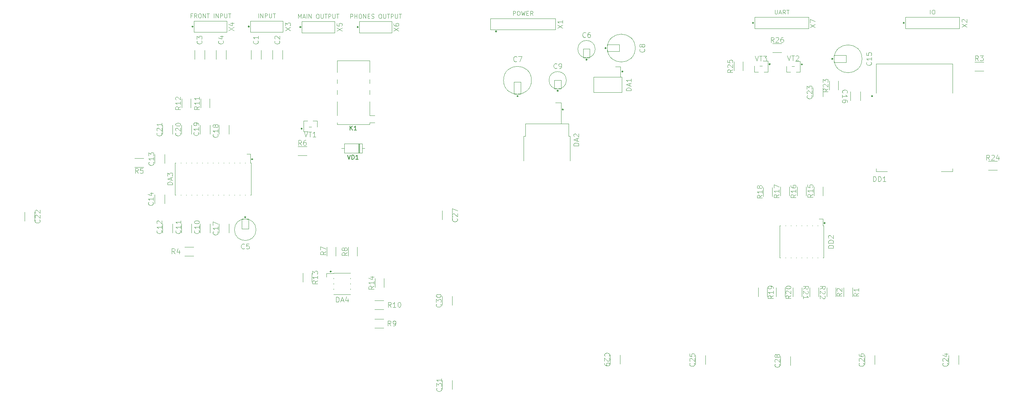
<source format=gbr>
G04 #@! TF.GenerationSoftware,KiCad,Pcbnew,5.0.0+dfsg1-2*
G04 #@! TF.CreationDate,2018-09-13T03:31:39+05:00*
G04 #@! TF.ProjectId,mainboard,6D61696E626F6172642E6B696361645F,rev?*
G04 #@! TF.SameCoordinates,Original*
G04 #@! TF.FileFunction,Legend,Top*
G04 #@! TF.FilePolarity,Positive*
%FSLAX46Y46*%
G04 Gerber Fmt 4.6, Leading zero omitted, Abs format (unit mm)*
G04 Created by KiCad (PCBNEW 5.0.0+dfsg1-2) date Thu Sep 13 03:31:39 2018*
%MOMM*%
%LPD*%
G01*
G04 APERTURE LIST*
%ADD10C,0.120000*%
%ADD11C,0.250000*%
%ADD12C,0.150000*%
%ADD13C,0.100000*%
G04 APERTURE END LIST*
D10*
G04 #@! TO.C,VD1*
X432800000Y-184940000D02*
X432800000Y-182700000D01*
X432800000Y-182700000D02*
X428560000Y-182700000D01*
X428560000Y-182700000D02*
X428560000Y-184940000D01*
X428560000Y-184940000D02*
X432800000Y-184940000D01*
X433450000Y-183820000D02*
X432800000Y-183820000D01*
X427910000Y-183820000D02*
X428560000Y-183820000D01*
X432080000Y-184940000D02*
X432080000Y-182700000D01*
X431960000Y-184940000D02*
X431960000Y-182700000D01*
X432200000Y-184940000D02*
X432200000Y-182700000D01*
G04 #@! TO.C,X2*
X561590000Y-155330000D02*
X561590000Y-152670000D01*
X561590000Y-152670000D02*
X574410000Y-152670000D01*
X574410000Y-152670000D02*
X574410000Y-155330000D01*
X574410000Y-155330000D02*
X561590000Y-155330000D01*
D11*
X561345000Y-154000000D02*
G75*
G03X561345000Y-154000000I-125000J0D01*
G01*
D10*
G04 #@! TO.C,R26*
X532245000Y-158940000D02*
X530125000Y-158940000D01*
X532245000Y-161060000D02*
X530125000Y-161060000D01*
G04 #@! TO.C,C1*
X408830000Y-160485000D02*
X408830000Y-162605000D01*
X406460000Y-160485000D02*
X406460000Y-162605000D01*
G04 #@! TO.C,C2*
X411540000Y-160485000D02*
X411540000Y-162605000D01*
X413910000Y-160485000D02*
X413910000Y-162605000D01*
G04 #@! TO.C,C3*
X393125000Y-160485000D02*
X393125000Y-162605000D01*
X395495000Y-160485000D02*
X395495000Y-162605000D01*
G04 #@! TO.C,C4*
X400575000Y-160490000D02*
X400575000Y-162610000D01*
X398205000Y-160490000D02*
X398205000Y-162610000D01*
G04 #@! TO.C,C5*
X407665000Y-203140000D02*
G75*
G03X407665000Y-203140000I-2560000J0D01*
G01*
X404320000Y-200580000D02*
X405890000Y-200580000D01*
X405890000Y-200580000D02*
X405890000Y-202925000D01*
X405890000Y-202925000D02*
X404320000Y-202925000D01*
X404320000Y-202925000D02*
X404320000Y-200580000D01*
D11*
X405230000Y-200150000D02*
G75*
G03X405230000Y-200150000I-125000J0D01*
G01*
G04 #@! TO.C,C6*
X486125000Y-162740000D02*
G75*
G03X486125000Y-162740000I-125000J0D01*
G01*
D10*
X486785000Y-160215000D02*
X486785000Y-162310000D01*
X485215000Y-160215000D02*
X486785000Y-160215000D01*
X485215000Y-162310000D02*
X485215000Y-160215000D01*
X486785000Y-162310000D02*
X485215000Y-162310000D01*
X488060000Y-160250000D02*
G75*
G03X488060000Y-160250000I-2060000J0D01*
G01*
D11*
G04 #@! TO.C,C7*
X469770000Y-171380000D02*
G75*
G03X469770000Y-171380000I-125000J0D01*
G01*
D10*
X470455000Y-168080000D02*
X470455000Y-170950000D01*
X468835000Y-168080000D02*
X470455000Y-168080000D01*
X468835000Y-170950000D02*
X468835000Y-168080000D01*
X470455000Y-170950000D02*
X468835000Y-170950000D01*
X472955000Y-167640000D02*
G75*
G03X472955000Y-167640000I-3310000J0D01*
G01*
G04 #@! TO.C,C8*
X497560000Y-160000000D02*
G75*
G03X497560000Y-160000000I-3310000J0D01*
G01*
X490940000Y-160810000D02*
X490940000Y-159190000D01*
X490940000Y-159190000D02*
X493810000Y-159190000D01*
X493810000Y-159190000D02*
X493810000Y-160810000D01*
X493810000Y-160810000D02*
X490940000Y-160810000D01*
D11*
X490635000Y-160000000D02*
G75*
G03X490635000Y-160000000I-125000J0D01*
G01*
D10*
G04 #@! TO.C,C9*
X481230000Y-167640000D02*
G75*
G03X481230000Y-167640000I-2060000J0D01*
G01*
X479955000Y-169700000D02*
X478385000Y-169700000D01*
X478385000Y-169700000D02*
X478385000Y-167605000D01*
X478385000Y-167605000D02*
X479955000Y-167605000D01*
X479955000Y-167605000D02*
X479955000Y-169700000D01*
D11*
X479295000Y-170130000D02*
G75*
G03X479295000Y-170130000I-125000J0D01*
G01*
D10*
G04 #@! TO.C,C10*
X394395000Y-203880000D02*
X394395000Y-201760000D01*
X396765000Y-203880000D02*
X396765000Y-201760000D01*
G04 #@! TO.C,C11*
X389975000Y-203880000D02*
X389975000Y-201760000D01*
X392345000Y-203880000D02*
X392345000Y-201760000D01*
G04 #@! TO.C,C12*
X387875000Y-203880000D02*
X387875000Y-201760000D01*
X385505000Y-203880000D02*
X385505000Y-201760000D01*
G04 #@! TO.C,C13*
X385970000Y-187370000D02*
X385970000Y-185250000D01*
X383600000Y-187370000D02*
X383600000Y-185250000D01*
G04 #@! TO.C,C14*
X385970000Y-194775000D02*
X385970000Y-196895000D01*
X383600000Y-194775000D02*
X383600000Y-196895000D01*
G04 #@! TO.C,C15*
X551310000Y-162545000D02*
G75*
G03X551310000Y-162545000I-3310000J0D01*
G01*
X544690000Y-163355000D02*
X544690000Y-161735000D01*
X544690000Y-161735000D02*
X547560000Y-161735000D01*
X547560000Y-161735000D02*
X547560000Y-163355000D01*
X547560000Y-163355000D02*
X544690000Y-163355000D01*
D11*
X544385000Y-162545000D02*
G75*
G03X544385000Y-162545000I-125000J0D01*
G01*
D10*
G04 #@! TO.C,C16*
X550900000Y-172495000D02*
X550900000Y-170375000D01*
X548530000Y-172495000D02*
X548530000Y-170375000D01*
G04 #@! TO.C,C17*
X398840000Y-203880000D02*
X398840000Y-201760000D01*
X401210000Y-203880000D02*
X401210000Y-201760000D01*
G04 #@! TO.C,C18*
X401210000Y-178270000D02*
X401210000Y-180390000D01*
X398840000Y-178270000D02*
X398840000Y-180390000D01*
G04 #@! TO.C,C19*
X394395000Y-178270000D02*
X394395000Y-180390000D01*
X396765000Y-178270000D02*
X396765000Y-180390000D01*
G04 #@! TO.C,C20*
X392320000Y-178270000D02*
X392320000Y-180390000D01*
X389950000Y-178270000D02*
X389950000Y-180390000D01*
G04 #@! TO.C,C21*
X385505000Y-178270000D02*
X385505000Y-180390000D01*
X387875000Y-178270000D02*
X387875000Y-180390000D01*
G04 #@! TO.C,C22*
X355185000Y-201060000D02*
X355185000Y-198940000D01*
X352815000Y-201060000D02*
X352815000Y-198940000D01*
G04 #@! TO.C,C23*
X539640000Y-169420000D02*
X539640000Y-171540000D01*
X542010000Y-169420000D02*
X542010000Y-171540000D01*
G04 #@! TO.C,C24*
X571815000Y-232990000D02*
X571815000Y-235110000D01*
X574185000Y-232990000D02*
X574185000Y-235110000D01*
G04 #@! TO.C,C25*
X514185000Y-232990000D02*
X514185000Y-235110000D01*
X511815000Y-232990000D02*
X511815000Y-235110000D01*
G04 #@! TO.C,C26*
X551945000Y-232990000D02*
X551945000Y-235110000D01*
X554315000Y-232990000D02*
X554315000Y-235110000D01*
G04 #@! TO.C,C27*
X451765000Y-200765000D02*
X451765000Y-198645000D01*
X454135000Y-200765000D02*
X454135000Y-198645000D01*
G04 #@! TO.C,C28*
X534360000Y-233205000D02*
X534360000Y-235325000D01*
X531990000Y-233205000D02*
X531990000Y-235325000D01*
G04 #@! TO.C,C29*
X491575000Y-232935000D02*
X491575000Y-235055000D01*
X493945000Y-232935000D02*
X493945000Y-235055000D01*
G04 #@! TO.C,C30*
X454185000Y-218940000D02*
X454185000Y-221060000D01*
X451815000Y-218940000D02*
X451815000Y-221060000D01*
G04 #@! TO.C,C31*
X451815000Y-238925000D02*
X451815000Y-241045000D01*
X454185000Y-238925000D02*
X454185000Y-241045000D01*
G04 #@! TO.C,DA1*
X494350000Y-166895000D02*
X494350000Y-170515000D01*
X494350000Y-170515000D02*
X487730000Y-170515000D01*
X487730000Y-170515000D02*
X487730000Y-166895000D01*
X487730000Y-166895000D02*
X494350000Y-166895000D01*
D11*
X494630000Y-165555000D02*
G75*
G03X494630000Y-165555000I-125000J0D01*
G01*
D10*
X494075000Y-166895000D02*
X494075000Y-164420000D01*
X494075000Y-164420000D02*
X492865000Y-164420000D01*
G04 #@! TO.C,DA2*
X481770000Y-177990000D02*
X481770000Y-180925000D01*
X471490000Y-177990000D02*
X471490000Y-180925000D01*
X471490000Y-177990000D02*
X481770000Y-177990000D01*
D11*
X480510000Y-174585000D02*
G75*
G03X480510000Y-174585000I-125000J0D01*
G01*
D10*
X479955000Y-177990000D02*
X479955000Y-172925000D01*
X479955000Y-172925000D02*
X478645000Y-172925000D01*
X482140000Y-186750000D02*
X482140000Y-180925000D01*
X482140000Y-180925000D02*
X481770000Y-180925000D01*
X471120000Y-186750000D02*
X471120000Y-180925000D01*
X471120000Y-180925000D02*
X471490000Y-180925000D01*
G04 #@! TO.C,DA3*
X406495000Y-187265000D02*
X406495000Y-194885000D01*
X406495000Y-194885000D02*
X406300000Y-194885000D01*
X405180000Y-194885000D02*
X405030000Y-194885000D01*
X403910000Y-194885000D02*
X403760000Y-194885000D01*
X402640000Y-194885000D02*
X402490000Y-194885000D01*
X401370000Y-194885000D02*
X401220000Y-194885000D01*
X400100000Y-194885000D02*
X399950000Y-194885000D01*
X398830000Y-194885000D02*
X398680000Y-194885000D01*
X397560000Y-194885000D02*
X397410000Y-194885000D01*
X396290000Y-194885000D02*
X396140000Y-194885000D01*
X395020000Y-194885000D02*
X394870000Y-194885000D01*
X393750000Y-194885000D02*
X393600000Y-194885000D01*
X392480000Y-194885000D02*
X392330000Y-194885000D01*
X391210000Y-194885000D02*
X391060000Y-194885000D01*
X389940000Y-194885000D02*
X389790000Y-194885000D01*
X388670000Y-194885000D02*
X388475000Y-194885000D01*
X388475000Y-194885000D02*
X388475000Y-187265000D01*
X406495000Y-187265000D02*
X406300000Y-187265000D01*
X405180000Y-187265000D02*
X405030000Y-187265000D01*
X403910000Y-187265000D02*
X403760000Y-187265000D01*
X402640000Y-187265000D02*
X402490000Y-187265000D01*
X401370000Y-187265000D02*
X401220000Y-187265000D01*
X400100000Y-187265000D02*
X399950000Y-187265000D01*
X398830000Y-187265000D02*
X398680000Y-187265000D01*
X397560000Y-187265000D02*
X397410000Y-187265000D01*
X396290000Y-187265000D02*
X396140000Y-187265000D01*
X395020000Y-187265000D02*
X394870000Y-187265000D01*
X393750000Y-187265000D02*
X393600000Y-187265000D01*
X392480000Y-187265000D02*
X392330000Y-187265000D01*
X391210000Y-187265000D02*
X391060000Y-187265000D01*
X389940000Y-187265000D02*
X389790000Y-187265000D01*
X388670000Y-187265000D02*
X388475000Y-187265000D01*
D11*
X406855000Y-186375000D02*
G75*
G03X406855000Y-186375000I-125000J0D01*
G01*
D10*
X406300000Y-187265000D02*
X406300000Y-185128000D01*
X406300000Y-185128000D02*
X405440000Y-185128000D01*
G04 #@! TO.C,DA4*
X426050000Y-213455000D02*
X430070000Y-213455000D01*
X430070000Y-214620000D02*
X430070000Y-214770000D01*
X430070000Y-215890000D02*
X430070000Y-216040000D01*
X430070000Y-217160000D02*
X430070000Y-217310000D01*
X430070000Y-218475000D02*
X426050000Y-218475000D01*
X426050000Y-214620000D02*
X426050000Y-214770000D01*
X426050000Y-215890000D02*
X426050000Y-216040000D01*
X426050000Y-217160000D02*
X426050000Y-217310000D01*
D11*
X425485000Y-213070000D02*
G75*
G03X425485000Y-213070000I-125000J0D01*
G01*
D10*
X426050000Y-213500000D02*
X424337000Y-213500000D01*
X424337000Y-213500000D02*
X424337000Y-214360000D01*
G04 #@! TO.C,DD1*
X554625000Y-163705000D02*
X572745000Y-163705000D01*
X572745000Y-163705000D02*
X572745000Y-170700000D01*
X572745000Y-188630000D02*
X572745000Y-189325000D01*
X554625000Y-189325000D02*
X557260000Y-189325000D01*
X570110000Y-189325000D02*
X572745000Y-189325000D01*
X554625000Y-163705000D02*
X554625000Y-170700000D01*
X554625000Y-188630000D02*
X554625000Y-189325000D01*
D11*
X553800000Y-171410000D02*
G75*
G03X553800000Y-171410000I-125000J0D01*
G01*
D10*
G04 #@! TO.C,DD2*
X542210000Y-202190000D02*
X542210000Y-209810000D01*
X542210000Y-209810000D02*
X542005000Y-209810000D01*
X540885000Y-209810000D02*
X540735000Y-209810000D01*
X539615000Y-209810000D02*
X539465000Y-209810000D01*
X538345000Y-209810000D02*
X538195000Y-209810000D01*
X537075000Y-209810000D02*
X536925000Y-209810000D01*
X535805000Y-209810000D02*
X535655000Y-209810000D01*
X534535000Y-209810000D02*
X534385000Y-209810000D01*
X533265000Y-209810000D02*
X533115000Y-209810000D01*
X531995000Y-209810000D02*
X531790000Y-209810000D01*
X531790000Y-209810000D02*
X531790000Y-202190000D01*
X542210000Y-202190000D02*
X542005000Y-202190000D01*
X540885000Y-202190000D02*
X540735000Y-202190000D01*
X539615000Y-202190000D02*
X539465000Y-202190000D01*
X538345000Y-202190000D02*
X538195000Y-202190000D01*
X537075000Y-202190000D02*
X536925000Y-202190000D01*
X535805000Y-202190000D02*
X535655000Y-202190000D01*
X534535000Y-202190000D02*
X534385000Y-202190000D01*
X533265000Y-202190000D02*
X533115000Y-202190000D01*
X531995000Y-202190000D02*
X531790000Y-202190000D01*
D11*
X542560000Y-201550000D02*
G75*
G03X542560000Y-201550000I-125000J0D01*
G01*
D10*
X542005000Y-202190000D02*
X542005000Y-200578000D01*
X542005000Y-200578000D02*
X541145000Y-200578000D01*
G04 #@! TO.C,K1*
X426880000Y-169985000D02*
X426880000Y-170985000D01*
X426880000Y-167485000D02*
X426880000Y-168385000D01*
X426880000Y-162985000D02*
X426880000Y-165785000D01*
X434580000Y-162985000D02*
X426880000Y-162985000D01*
X434580000Y-165785000D02*
X434580000Y-162985000D01*
X434580000Y-168385000D02*
X434580000Y-167485000D01*
X434580000Y-170985000D02*
X434580000Y-169985000D01*
X434580000Y-175985000D02*
X435780000Y-175985000D01*
X434580000Y-175985000D02*
X434580000Y-172685000D01*
X426880000Y-175985000D02*
X426880000Y-172685000D01*
X426880000Y-178085000D02*
X426880000Y-177685000D01*
X434580000Y-178085000D02*
X426880000Y-178085000D01*
X434580000Y-177685000D02*
X434580000Y-178085000D01*
X435780000Y-177685000D02*
X434580000Y-177685000D01*
G04 #@! TO.C,R1*
X549060000Y-219060000D02*
X549060000Y-216940000D01*
X546940000Y-219060000D02*
X546940000Y-216940000D01*
G04 #@! TO.C,R2*
X542940000Y-219060000D02*
X542940000Y-216940000D01*
X545060000Y-219060000D02*
X545060000Y-216940000D01*
G04 #@! TO.C,R3*
X580141000Y-165398000D02*
X578021000Y-165398000D01*
X580141000Y-163278000D02*
X578021000Y-163278000D01*
G04 #@! TO.C,R4*
X392855000Y-209340000D02*
X390735000Y-209340000D01*
X392855000Y-207220000D02*
X390735000Y-207220000D01*
G04 #@! TO.C,R5*
X378860000Y-188325000D02*
X380980000Y-188325000D01*
X378860000Y-186205000D02*
X380980000Y-186205000D01*
G04 #@! TO.C,R6*
X419675000Y-185515000D02*
X417555000Y-185515000D01*
X419675000Y-183395000D02*
X417555000Y-183395000D01*
G04 #@! TO.C,R7*
X426580000Y-207285000D02*
X426580000Y-209405000D01*
X424460000Y-207285000D02*
X424460000Y-209405000D01*
G04 #@! TO.C,R8*
X431660000Y-207285000D02*
X431660000Y-209405000D01*
X429540000Y-207285000D02*
X429540000Y-209405000D01*
G04 #@! TO.C,R9*
X437940000Y-224365000D02*
X435820000Y-224365000D01*
X437940000Y-226485000D02*
X435820000Y-226485000D01*
G04 #@! TO.C,R10*
X435790000Y-222060000D02*
X437910000Y-222060000D01*
X435790000Y-219940000D02*
X437910000Y-219940000D01*
G04 #@! TO.C,R11*
X396640000Y-172020000D02*
X396640000Y-174140000D01*
X394520000Y-172020000D02*
X394520000Y-174140000D01*
G04 #@! TO.C,R12*
X390075000Y-172020000D02*
X390075000Y-174140000D01*
X392195000Y-172020000D02*
X392195000Y-174140000D01*
G04 #@! TO.C,R13*
X420865000Y-215540000D02*
X420865000Y-213420000D01*
X418745000Y-215540000D02*
X418745000Y-213420000D01*
G04 #@! TO.C,R14*
X438010000Y-214690000D02*
X438010000Y-216810000D01*
X435890000Y-214690000D02*
X435890000Y-216810000D01*
G04 #@! TO.C,R15*
X539940000Y-192940000D02*
X539940000Y-195060000D01*
X542060000Y-192940000D02*
X542060000Y-195060000D01*
G04 #@! TO.C,R16*
X538060000Y-192940000D02*
X538060000Y-195060000D01*
X535940000Y-192940000D02*
X535940000Y-195060000D01*
G04 #@! TO.C,R17*
X531940000Y-192940000D02*
X531940000Y-195060000D01*
X534060000Y-192940000D02*
X534060000Y-195060000D01*
G04 #@! TO.C,R18*
X527940000Y-193090000D02*
X527940000Y-195210000D01*
X530060000Y-193090000D02*
X530060000Y-195210000D01*
G04 #@! TO.C,R19*
X528872000Y-219060000D02*
X528872000Y-216940000D01*
X526752000Y-219060000D02*
X526752000Y-216940000D01*
G04 #@! TO.C,R20*
X530940000Y-219060000D02*
X530940000Y-216940000D01*
X533060000Y-219060000D02*
X533060000Y-216940000D01*
G04 #@! TO.C,R21*
X537060000Y-219060000D02*
X537060000Y-216940000D01*
X534940000Y-219060000D02*
X534940000Y-216940000D01*
G04 #@! TO.C,R22*
X538940000Y-219060000D02*
X538940000Y-216940000D01*
X541060000Y-219060000D02*
X541060000Y-216940000D01*
G04 #@! TO.C,R23*
X543575000Y-167835000D02*
X543575000Y-169955000D01*
X545695000Y-167835000D02*
X545695000Y-169955000D01*
G04 #@! TO.C,R24*
X583375000Y-186885000D02*
X581255000Y-186885000D01*
X583375000Y-189005000D02*
X581255000Y-189005000D01*
G04 #@! TO.C,R25*
X523060000Y-163255000D02*
X523060000Y-165375000D01*
X520940000Y-163255000D02*
X520940000Y-165375000D01*
G04 #@! TO.C,VT1*
X418910000Y-178695000D02*
X418910000Y-177275000D01*
X418910000Y-177275000D02*
X419860000Y-177275000D01*
X421180000Y-177275000D02*
X422130000Y-177275000D01*
X422130000Y-177275000D02*
X422130000Y-178695000D01*
X420230000Y-178695000D02*
X420810000Y-178695000D01*
D11*
X418605000Y-179135000D02*
G75*
G03X418605000Y-179135000I-125000J0D01*
G01*
D10*
X418910000Y-178695000D02*
X418910000Y-179845000D01*
X418910000Y-179845000D02*
X419970000Y-179845000D01*
G04 #@! TO.C,VT2*
X536610000Y-164290000D02*
X536610000Y-165710000D01*
X536610000Y-165710000D02*
X535660000Y-165710000D01*
X534340000Y-165710000D02*
X533390000Y-165710000D01*
X533390000Y-165710000D02*
X533390000Y-164290000D01*
X535290000Y-164290000D02*
X534710000Y-164290000D01*
D11*
X537165000Y-163850000D02*
G75*
G03X537165000Y-163850000I-125000J0D01*
G01*
D10*
X536610000Y-164290000D02*
X536610000Y-163140000D01*
X536610000Y-163140000D02*
X535550000Y-163140000D01*
G04 #@! TO.C,VT3*
X528985000Y-163090000D02*
X527925000Y-163090000D01*
X528985000Y-164240000D02*
X528985000Y-163090000D01*
D11*
X529540000Y-163800000D02*
G75*
G03X529540000Y-163800000I-125000J0D01*
G01*
D10*
X527665000Y-164240000D02*
X527085000Y-164240000D01*
X525765000Y-165660000D02*
X525765000Y-164240000D01*
X526715000Y-165660000D02*
X525765000Y-165660000D01*
X528985000Y-165660000D02*
X528035000Y-165660000D01*
X528985000Y-164240000D02*
X528985000Y-165660000D01*
G04 #@! TO.C,X1*
X463235000Y-155635000D02*
X463235000Y-152975000D01*
X463235000Y-152975000D02*
X478595000Y-152975000D01*
X478595000Y-152975000D02*
X478595000Y-155635000D01*
X478595000Y-155635000D02*
X463235000Y-155635000D01*
D11*
X464690000Y-156005000D02*
G75*
G03X464690000Y-156005000I-125000J0D01*
G01*
D10*
G04 #@! TO.C,X3*
X406315000Y-156210000D02*
X406315000Y-153550000D01*
X406315000Y-153550000D02*
X414055000Y-153550000D01*
X414055000Y-153550000D02*
X414055000Y-156210000D01*
X414055000Y-156210000D02*
X406315000Y-156210000D01*
D11*
X406070000Y-154880000D02*
G75*
G03X406070000Y-154880000I-125000J0D01*
G01*
D10*
G04 #@! TO.C,X4*
X392980000Y-156210000D02*
X392980000Y-153550000D01*
X392980000Y-153550000D02*
X400720000Y-153550000D01*
X400720000Y-153550000D02*
X400720000Y-156210000D01*
X400720000Y-156210000D02*
X392980000Y-156210000D01*
D11*
X392735000Y-154880000D02*
G75*
G03X392735000Y-154880000I-125000J0D01*
G01*
D10*
G04 #@! TO.C,X5*
X418555000Y-156330000D02*
X418555000Y-153670000D01*
X418555000Y-153670000D02*
X426295000Y-153670000D01*
X426295000Y-153670000D02*
X426295000Y-156330000D01*
X426295000Y-156330000D02*
X418555000Y-156330000D01*
D11*
X418310000Y-155000000D02*
G75*
G03X418310000Y-155000000I-125000J0D01*
G01*
G04 #@! TO.C,X6*
X431885000Y-155000000D02*
G75*
G03X431885000Y-155000000I-125000J0D01*
G01*
D10*
X439870000Y-156330000D02*
X432130000Y-156330000D01*
X439870000Y-153670000D02*
X439870000Y-156330000D01*
X432130000Y-153670000D02*
X439870000Y-153670000D01*
X432130000Y-156330000D02*
X432130000Y-153670000D01*
G04 #@! TO.C,X7*
X525855000Y-155330000D02*
X525855000Y-152670000D01*
X525855000Y-152670000D02*
X538675000Y-152670000D01*
X538675000Y-152670000D02*
X538675000Y-155330000D01*
X538675000Y-155330000D02*
X525855000Y-155330000D01*
D11*
X525610000Y-154000000D02*
G75*
G03X525610000Y-154000000I-125000J0D01*
G01*
G04 #@! TO.C,VD1*
D12*
X429370476Y-185392380D02*
X429703809Y-186392380D01*
X430037142Y-185392380D01*
X430370476Y-186392380D02*
X430370476Y-185392380D01*
X430608571Y-185392380D01*
X430751428Y-185440000D01*
X430846666Y-185535238D01*
X430894285Y-185630476D01*
X430941904Y-185820952D01*
X430941904Y-185963809D01*
X430894285Y-186154285D01*
X430846666Y-186249523D01*
X430751428Y-186344761D01*
X430608571Y-186392380D01*
X430370476Y-186392380D01*
X431894285Y-186392380D02*
X431322857Y-186392380D01*
X431608571Y-186392380D02*
X431608571Y-185392380D01*
X431513333Y-185535238D01*
X431418095Y-185630476D01*
X431322857Y-185678095D01*
G04 #@! TO.C,X2*
D10*
X574962857Y-155041428D02*
X576162857Y-154241428D01*
X574962857Y-154241428D02*
X576162857Y-155041428D01*
X575077142Y-153841428D02*
X575020000Y-153784285D01*
X574962857Y-153670000D01*
X574962857Y-153384285D01*
X575020000Y-153270000D01*
X575077142Y-153212857D01*
X575191428Y-153155714D01*
X575305714Y-153155714D01*
X575477142Y-153212857D01*
X576162857Y-153898571D01*
X576162857Y-153155714D01*
D13*
X567476190Y-151912380D02*
X567476190Y-150912380D01*
X568142857Y-150912380D02*
X568333333Y-150912380D01*
X568428571Y-150960000D01*
X568523809Y-151055238D01*
X568571428Y-151245714D01*
X568571428Y-151579047D01*
X568523809Y-151769523D01*
X568428571Y-151864761D01*
X568333333Y-151912380D01*
X568142857Y-151912380D01*
X568047619Y-151864761D01*
X567952380Y-151769523D01*
X567904761Y-151579047D01*
X567904761Y-151245714D01*
X567952380Y-151055238D01*
X568047619Y-150960000D01*
X568142857Y-150912380D01*
G04 #@! TO.C,R26*
D10*
X530413571Y-158637857D02*
X530013571Y-158066428D01*
X529727857Y-158637857D02*
X529727857Y-157437857D01*
X530185000Y-157437857D01*
X530299285Y-157495000D01*
X530356428Y-157552142D01*
X530413571Y-157666428D01*
X530413571Y-157837857D01*
X530356428Y-157952142D01*
X530299285Y-158009285D01*
X530185000Y-158066428D01*
X529727857Y-158066428D01*
X530870714Y-157552142D02*
X530927857Y-157495000D01*
X531042142Y-157437857D01*
X531327857Y-157437857D01*
X531442142Y-157495000D01*
X531499285Y-157552142D01*
X531556428Y-157666428D01*
X531556428Y-157780714D01*
X531499285Y-157952142D01*
X530813571Y-158637857D01*
X531556428Y-158637857D01*
X532585000Y-157437857D02*
X532356428Y-157437857D01*
X532242142Y-157495000D01*
X532185000Y-157552142D01*
X532070714Y-157723571D01*
X532013571Y-157952142D01*
X532013571Y-158409285D01*
X532070714Y-158523571D01*
X532127857Y-158580714D01*
X532242142Y-158637857D01*
X532470714Y-158637857D01*
X532585000Y-158580714D01*
X532642142Y-158523571D01*
X532699285Y-158409285D01*
X532699285Y-158123571D01*
X532642142Y-158009285D01*
X532585000Y-157952142D01*
X532470714Y-157895000D01*
X532242142Y-157895000D01*
X532127857Y-157952142D01*
X532070714Y-158009285D01*
X532013571Y-158123571D01*
G04 #@! TO.C,C1*
X408073571Y-158255000D02*
X408130714Y-158312142D01*
X408187857Y-158483571D01*
X408187857Y-158597857D01*
X408130714Y-158769285D01*
X408016428Y-158883571D01*
X407902142Y-158940714D01*
X407673571Y-158997857D01*
X407502142Y-158997857D01*
X407273571Y-158940714D01*
X407159285Y-158883571D01*
X407045000Y-158769285D01*
X406987857Y-158597857D01*
X406987857Y-158483571D01*
X407045000Y-158312142D01*
X407102142Y-158255000D01*
X408187857Y-157112142D02*
X408187857Y-157797857D01*
X408187857Y-157455000D02*
X406987857Y-157455000D01*
X407159285Y-157569285D01*
X407273571Y-157683571D01*
X407330714Y-157797857D01*
G04 #@! TO.C,C2*
X413153571Y-158255000D02*
X413210714Y-158312142D01*
X413267857Y-158483571D01*
X413267857Y-158597857D01*
X413210714Y-158769285D01*
X413096428Y-158883571D01*
X412982142Y-158940714D01*
X412753571Y-158997857D01*
X412582142Y-158997857D01*
X412353571Y-158940714D01*
X412239285Y-158883571D01*
X412125000Y-158769285D01*
X412067857Y-158597857D01*
X412067857Y-158483571D01*
X412125000Y-158312142D01*
X412182142Y-158255000D01*
X412182142Y-157797857D02*
X412125000Y-157740714D01*
X412067857Y-157626428D01*
X412067857Y-157340714D01*
X412125000Y-157226428D01*
X412182142Y-157169285D01*
X412296428Y-157112142D01*
X412410714Y-157112142D01*
X412582142Y-157169285D01*
X413267857Y-157855000D01*
X413267857Y-157112142D01*
G04 #@! TO.C,C3*
X394738571Y-158255000D02*
X394795714Y-158312142D01*
X394852857Y-158483571D01*
X394852857Y-158597857D01*
X394795714Y-158769285D01*
X394681428Y-158883571D01*
X394567142Y-158940714D01*
X394338571Y-158997857D01*
X394167142Y-158997857D01*
X393938571Y-158940714D01*
X393824285Y-158883571D01*
X393710000Y-158769285D01*
X393652857Y-158597857D01*
X393652857Y-158483571D01*
X393710000Y-158312142D01*
X393767142Y-158255000D01*
X393652857Y-157855000D02*
X393652857Y-157112142D01*
X394110000Y-157512142D01*
X394110000Y-157340714D01*
X394167142Y-157226428D01*
X394224285Y-157169285D01*
X394338571Y-157112142D01*
X394624285Y-157112142D01*
X394738571Y-157169285D01*
X394795714Y-157226428D01*
X394852857Y-157340714D01*
X394852857Y-157683571D01*
X394795714Y-157797857D01*
X394738571Y-157855000D01*
G04 #@! TO.C,C4*
X399818571Y-158260000D02*
X399875714Y-158317142D01*
X399932857Y-158488571D01*
X399932857Y-158602857D01*
X399875714Y-158774285D01*
X399761428Y-158888571D01*
X399647142Y-158945714D01*
X399418571Y-159002857D01*
X399247142Y-159002857D01*
X399018571Y-158945714D01*
X398904285Y-158888571D01*
X398790000Y-158774285D01*
X398732857Y-158602857D01*
X398732857Y-158488571D01*
X398790000Y-158317142D01*
X398847142Y-158260000D01*
X399132857Y-157231428D02*
X399932857Y-157231428D01*
X398675714Y-157517142D02*
X399532857Y-157802857D01*
X399532857Y-157060000D01*
G04 #@! TO.C,C5*
X404905000Y-207568571D02*
X404847857Y-207625714D01*
X404676428Y-207682857D01*
X404562142Y-207682857D01*
X404390714Y-207625714D01*
X404276428Y-207511428D01*
X404219285Y-207397142D01*
X404162142Y-207168571D01*
X404162142Y-206997142D01*
X404219285Y-206768571D01*
X404276428Y-206654285D01*
X404390714Y-206540000D01*
X404562142Y-206482857D01*
X404676428Y-206482857D01*
X404847857Y-206540000D01*
X404905000Y-206597142D01*
X405990714Y-206482857D02*
X405419285Y-206482857D01*
X405362142Y-207054285D01*
X405419285Y-206997142D01*
X405533571Y-206940000D01*
X405819285Y-206940000D01*
X405933571Y-206997142D01*
X405990714Y-207054285D01*
X406047857Y-207168571D01*
X406047857Y-207454285D01*
X405990714Y-207568571D01*
X405933571Y-207625714D01*
X405819285Y-207682857D01*
X405533571Y-207682857D01*
X405419285Y-207625714D01*
X405362142Y-207568571D01*
G04 #@! TO.C,C6*
X485800000Y-157338518D02*
X485742857Y-157395661D01*
X485571428Y-157452804D01*
X485457142Y-157452804D01*
X485285714Y-157395661D01*
X485171428Y-157281375D01*
X485114285Y-157167089D01*
X485057142Y-156938518D01*
X485057142Y-156767089D01*
X485114285Y-156538518D01*
X485171428Y-156424232D01*
X485285714Y-156309947D01*
X485457142Y-156252804D01*
X485571428Y-156252804D01*
X485742857Y-156309947D01*
X485800000Y-156367089D01*
X486828571Y-156252804D02*
X486600000Y-156252804D01*
X486485714Y-156309947D01*
X486428571Y-156367089D01*
X486314285Y-156538518D01*
X486257142Y-156767089D01*
X486257142Y-157224232D01*
X486314285Y-157338518D01*
X486371428Y-157395661D01*
X486485714Y-157452804D01*
X486714285Y-157452804D01*
X486828571Y-157395661D01*
X486885714Y-157338518D01*
X486942857Y-157224232D01*
X486942857Y-156938518D01*
X486885714Y-156824232D01*
X486828571Y-156767089D01*
X486714285Y-156709947D01*
X486485714Y-156709947D01*
X486371428Y-156767089D01*
X486314285Y-156824232D01*
X486257142Y-156938518D01*
G04 #@! TO.C,C7*
X469445000Y-163068571D02*
X469387857Y-163125714D01*
X469216428Y-163182857D01*
X469102142Y-163182857D01*
X468930714Y-163125714D01*
X468816428Y-163011428D01*
X468759285Y-162897142D01*
X468702142Y-162668571D01*
X468702142Y-162497142D01*
X468759285Y-162268571D01*
X468816428Y-162154285D01*
X468930714Y-162040000D01*
X469102142Y-161982857D01*
X469216428Y-161982857D01*
X469387857Y-162040000D01*
X469445000Y-162097142D01*
X469845000Y-161982857D02*
X470645000Y-161982857D01*
X470130714Y-163182857D01*
G04 #@! TO.C,C8*
X499678571Y-160200000D02*
X499735714Y-160257142D01*
X499792857Y-160428571D01*
X499792857Y-160542857D01*
X499735714Y-160714285D01*
X499621428Y-160828571D01*
X499507142Y-160885714D01*
X499278571Y-160942857D01*
X499107142Y-160942857D01*
X498878571Y-160885714D01*
X498764285Y-160828571D01*
X498650000Y-160714285D01*
X498592857Y-160542857D01*
X498592857Y-160428571D01*
X498650000Y-160257142D01*
X498707142Y-160200000D01*
X499107142Y-159514285D02*
X499050000Y-159628571D01*
X498992857Y-159685714D01*
X498878571Y-159742857D01*
X498821428Y-159742857D01*
X498707142Y-159685714D01*
X498650000Y-159628571D01*
X498592857Y-159514285D01*
X498592857Y-159285714D01*
X498650000Y-159171428D01*
X498707142Y-159114285D01*
X498821428Y-159057142D01*
X498878571Y-159057142D01*
X498992857Y-159114285D01*
X499050000Y-159171428D01*
X499107142Y-159285714D01*
X499107142Y-159514285D01*
X499164285Y-159628571D01*
X499221428Y-159685714D01*
X499335714Y-159742857D01*
X499564285Y-159742857D01*
X499678571Y-159685714D01*
X499735714Y-159628571D01*
X499792857Y-159514285D01*
X499792857Y-159285714D01*
X499735714Y-159171428D01*
X499678571Y-159114285D01*
X499564285Y-159057142D01*
X499335714Y-159057142D01*
X499221428Y-159114285D01*
X499164285Y-159171428D01*
X499107142Y-159285714D01*
G04 #@! TO.C,C9*
X478970000Y-164728518D02*
X478912857Y-164785661D01*
X478741428Y-164842804D01*
X478627142Y-164842804D01*
X478455714Y-164785661D01*
X478341428Y-164671375D01*
X478284285Y-164557089D01*
X478227142Y-164328518D01*
X478227142Y-164157089D01*
X478284285Y-163928518D01*
X478341428Y-163814232D01*
X478455714Y-163699947D01*
X478627142Y-163642804D01*
X478741428Y-163642804D01*
X478912857Y-163699947D01*
X478970000Y-163757089D01*
X479541428Y-164842804D02*
X479770000Y-164842804D01*
X479884285Y-164785661D01*
X479941428Y-164728518D01*
X480055714Y-164557089D01*
X480112857Y-164328518D01*
X480112857Y-163871375D01*
X480055714Y-163757089D01*
X479998571Y-163699947D01*
X479884285Y-163642804D01*
X479655714Y-163642804D01*
X479541428Y-163699947D01*
X479484285Y-163757089D01*
X479427142Y-163871375D01*
X479427142Y-164157089D01*
X479484285Y-164271375D01*
X479541428Y-164328518D01*
X479655714Y-164385661D01*
X479884285Y-164385661D01*
X479998571Y-164328518D01*
X480055714Y-164271375D01*
X480112857Y-164157089D01*
G04 #@! TO.C,C10*
X394103571Y-203276428D02*
X394160714Y-203333571D01*
X394217857Y-203505000D01*
X394217857Y-203619285D01*
X394160714Y-203790714D01*
X394046428Y-203905000D01*
X393932142Y-203962142D01*
X393703571Y-204019285D01*
X393532142Y-204019285D01*
X393303571Y-203962142D01*
X393189285Y-203905000D01*
X393075000Y-203790714D01*
X393017857Y-203619285D01*
X393017857Y-203505000D01*
X393075000Y-203333571D01*
X393132142Y-203276428D01*
X394217857Y-202133571D02*
X394217857Y-202819285D01*
X394217857Y-202476428D02*
X393017857Y-202476428D01*
X393189285Y-202590714D01*
X393303571Y-202705000D01*
X393360714Y-202819285D01*
X393017857Y-201390714D02*
X393017857Y-201276428D01*
X393075000Y-201162142D01*
X393132142Y-201105000D01*
X393246428Y-201047857D01*
X393475000Y-200990714D01*
X393760714Y-200990714D01*
X393989285Y-201047857D01*
X394103571Y-201105000D01*
X394160714Y-201162142D01*
X394217857Y-201276428D01*
X394217857Y-201390714D01*
X394160714Y-201505000D01*
X394103571Y-201562142D01*
X393989285Y-201619285D01*
X393760714Y-201676428D01*
X393475000Y-201676428D01*
X393246428Y-201619285D01*
X393132142Y-201562142D01*
X393075000Y-201505000D01*
X393017857Y-201390714D01*
G04 #@! TO.C,C11*
X389683571Y-203276428D02*
X389740714Y-203333571D01*
X389797857Y-203505000D01*
X389797857Y-203619285D01*
X389740714Y-203790714D01*
X389626428Y-203905000D01*
X389512142Y-203962142D01*
X389283571Y-204019285D01*
X389112142Y-204019285D01*
X388883571Y-203962142D01*
X388769285Y-203905000D01*
X388655000Y-203790714D01*
X388597857Y-203619285D01*
X388597857Y-203505000D01*
X388655000Y-203333571D01*
X388712142Y-203276428D01*
X389797857Y-202133571D02*
X389797857Y-202819285D01*
X389797857Y-202476428D02*
X388597857Y-202476428D01*
X388769285Y-202590714D01*
X388883571Y-202705000D01*
X388940714Y-202819285D01*
X389797857Y-200990714D02*
X389797857Y-201676428D01*
X389797857Y-201333571D02*
X388597857Y-201333571D01*
X388769285Y-201447857D01*
X388883571Y-201562142D01*
X388940714Y-201676428D01*
G04 #@! TO.C,C12*
X385213571Y-203276428D02*
X385270714Y-203333571D01*
X385327857Y-203505000D01*
X385327857Y-203619285D01*
X385270714Y-203790714D01*
X385156428Y-203905000D01*
X385042142Y-203962142D01*
X384813571Y-204019285D01*
X384642142Y-204019285D01*
X384413571Y-203962142D01*
X384299285Y-203905000D01*
X384185000Y-203790714D01*
X384127857Y-203619285D01*
X384127857Y-203505000D01*
X384185000Y-203333571D01*
X384242142Y-203276428D01*
X385327857Y-202133571D02*
X385327857Y-202819285D01*
X385327857Y-202476428D02*
X384127857Y-202476428D01*
X384299285Y-202590714D01*
X384413571Y-202705000D01*
X384470714Y-202819285D01*
X384242142Y-201676428D02*
X384185000Y-201619285D01*
X384127857Y-201505000D01*
X384127857Y-201219285D01*
X384185000Y-201105000D01*
X384242142Y-201047857D01*
X384356428Y-200990714D01*
X384470714Y-200990714D01*
X384642142Y-201047857D01*
X385327857Y-201733571D01*
X385327857Y-200990714D01*
G04 #@! TO.C,C13*
X383308571Y-187081428D02*
X383365714Y-187138571D01*
X383422857Y-187310000D01*
X383422857Y-187424285D01*
X383365714Y-187595714D01*
X383251428Y-187710000D01*
X383137142Y-187767142D01*
X382908571Y-187824285D01*
X382737142Y-187824285D01*
X382508571Y-187767142D01*
X382394285Y-187710000D01*
X382280000Y-187595714D01*
X382222857Y-187424285D01*
X382222857Y-187310000D01*
X382280000Y-187138571D01*
X382337142Y-187081428D01*
X383422857Y-185938571D02*
X383422857Y-186624285D01*
X383422857Y-186281428D02*
X382222857Y-186281428D01*
X382394285Y-186395714D01*
X382508571Y-186510000D01*
X382565714Y-186624285D01*
X382222857Y-185538571D02*
X382222857Y-184795714D01*
X382680000Y-185195714D01*
X382680000Y-185024285D01*
X382737142Y-184910000D01*
X382794285Y-184852857D01*
X382908571Y-184795714D01*
X383194285Y-184795714D01*
X383308571Y-184852857D01*
X383365714Y-184910000D01*
X383422857Y-185024285D01*
X383422857Y-185367142D01*
X383365714Y-185481428D01*
X383308571Y-185538571D01*
G04 #@! TO.C,C14*
X383193570Y-196606428D02*
X383250713Y-196663571D01*
X383307856Y-196835000D01*
X383307856Y-196949285D01*
X383250713Y-197120714D01*
X383136427Y-197235000D01*
X383022141Y-197292142D01*
X382793570Y-197349285D01*
X382622141Y-197349285D01*
X382393570Y-197292142D01*
X382279284Y-197235000D01*
X382164999Y-197120714D01*
X382107856Y-196949285D01*
X382107856Y-196835000D01*
X382164999Y-196663571D01*
X382222141Y-196606428D01*
X383307856Y-195463571D02*
X383307856Y-196149285D01*
X383307856Y-195806428D02*
X382107856Y-195806428D01*
X382279284Y-195920714D01*
X382393570Y-196035000D01*
X382450713Y-196149285D01*
X382507856Y-194435000D02*
X383307856Y-194435000D01*
X382050713Y-194720714D02*
X382907856Y-195006428D01*
X382907856Y-194263571D01*
G04 #@! TO.C,C15*
X553428571Y-163316428D02*
X553485714Y-163373571D01*
X553542857Y-163545000D01*
X553542857Y-163659285D01*
X553485714Y-163830714D01*
X553371428Y-163945000D01*
X553257142Y-164002142D01*
X553028571Y-164059285D01*
X552857142Y-164059285D01*
X552628571Y-164002142D01*
X552514285Y-163945000D01*
X552400000Y-163830714D01*
X552342857Y-163659285D01*
X552342857Y-163545000D01*
X552400000Y-163373571D01*
X552457142Y-163316428D01*
X553542857Y-162173571D02*
X553542857Y-162859285D01*
X553542857Y-162516428D02*
X552342857Y-162516428D01*
X552514285Y-162630714D01*
X552628571Y-162745000D01*
X552685714Y-162859285D01*
X552342857Y-161087857D02*
X552342857Y-161659285D01*
X552914285Y-161716428D01*
X552857142Y-161659285D01*
X552800000Y-161545000D01*
X552800000Y-161259285D01*
X552857142Y-161145000D01*
X552914285Y-161087857D01*
X553028571Y-161030714D01*
X553314285Y-161030714D01*
X553428571Y-161087857D01*
X553485714Y-161145000D01*
X553542857Y-161259285D01*
X553542857Y-161545000D01*
X553485714Y-161659285D01*
X553428571Y-161716428D01*
G04 #@! TO.C,C16*
X546746428Y-170663571D02*
X546689285Y-170606428D01*
X546632142Y-170435000D01*
X546632142Y-170320714D01*
X546689285Y-170149285D01*
X546803571Y-170035000D01*
X546917857Y-169977857D01*
X547146428Y-169920714D01*
X547317857Y-169920714D01*
X547546428Y-169977857D01*
X547660714Y-170035000D01*
X547775000Y-170149285D01*
X547832142Y-170320714D01*
X547832142Y-170435000D01*
X547775000Y-170606428D01*
X547717857Y-170663571D01*
X546632142Y-171806428D02*
X546632142Y-171120714D01*
X546632142Y-171463571D02*
X547832142Y-171463571D01*
X547660714Y-171349285D01*
X547546428Y-171235000D01*
X547489285Y-171120714D01*
X547832142Y-172835000D02*
X547832142Y-172606428D01*
X547775000Y-172492142D01*
X547717857Y-172435000D01*
X547546428Y-172320714D01*
X547317857Y-172263571D01*
X546860714Y-172263571D01*
X546746428Y-172320714D01*
X546689285Y-172377857D01*
X546632142Y-172492142D01*
X546632142Y-172720714D01*
X546689285Y-172835000D01*
X546746428Y-172892142D01*
X546860714Y-172949285D01*
X547146428Y-172949285D01*
X547260714Y-172892142D01*
X547317857Y-172835000D01*
X547375000Y-172720714D01*
X547375000Y-172492142D01*
X547317857Y-172377857D01*
X547260714Y-172320714D01*
X547146428Y-172263571D01*
G04 #@! TO.C,C17*
X398548571Y-203591428D02*
X398605714Y-203648571D01*
X398662857Y-203820000D01*
X398662857Y-203934285D01*
X398605714Y-204105714D01*
X398491428Y-204220000D01*
X398377142Y-204277142D01*
X398148571Y-204334285D01*
X397977142Y-204334285D01*
X397748571Y-204277142D01*
X397634285Y-204220000D01*
X397520000Y-204105714D01*
X397462857Y-203934285D01*
X397462857Y-203820000D01*
X397520000Y-203648571D01*
X397577142Y-203591428D01*
X398662857Y-202448571D02*
X398662857Y-203134285D01*
X398662857Y-202791428D02*
X397462857Y-202791428D01*
X397634285Y-202905714D01*
X397748571Y-203020000D01*
X397805714Y-203134285D01*
X397462857Y-202048571D02*
X397462857Y-201248571D01*
X398662857Y-201762857D01*
G04 #@! TO.C,C18*
X398548571Y-180421428D02*
X398605714Y-180478571D01*
X398662857Y-180650000D01*
X398662857Y-180764285D01*
X398605714Y-180935714D01*
X398491428Y-181050000D01*
X398377142Y-181107142D01*
X398148571Y-181164285D01*
X397977142Y-181164285D01*
X397748571Y-181107142D01*
X397634285Y-181050000D01*
X397520000Y-180935714D01*
X397462857Y-180764285D01*
X397462857Y-180650000D01*
X397520000Y-180478571D01*
X397577142Y-180421428D01*
X398662857Y-179278571D02*
X398662857Y-179964285D01*
X398662857Y-179621428D02*
X397462857Y-179621428D01*
X397634285Y-179735714D01*
X397748571Y-179850000D01*
X397805714Y-179964285D01*
X397977142Y-178592857D02*
X397920000Y-178707142D01*
X397862857Y-178764285D01*
X397748571Y-178821428D01*
X397691428Y-178821428D01*
X397577142Y-178764285D01*
X397520000Y-178707142D01*
X397462857Y-178592857D01*
X397462857Y-178364285D01*
X397520000Y-178250000D01*
X397577142Y-178192857D01*
X397691428Y-178135714D01*
X397748571Y-178135714D01*
X397862857Y-178192857D01*
X397920000Y-178250000D01*
X397977142Y-178364285D01*
X397977142Y-178592857D01*
X398034285Y-178707142D01*
X398091428Y-178764285D01*
X398205714Y-178821428D01*
X398434285Y-178821428D01*
X398548571Y-178764285D01*
X398605714Y-178707142D01*
X398662857Y-178592857D01*
X398662857Y-178364285D01*
X398605714Y-178250000D01*
X398548571Y-178192857D01*
X398434285Y-178135714D01*
X398205714Y-178135714D01*
X398091428Y-178192857D01*
X398034285Y-178250000D01*
X397977142Y-178364285D01*
G04 #@! TO.C,C19*
X393938570Y-179986427D02*
X393995713Y-180043570D01*
X394052856Y-180214999D01*
X394052856Y-180329284D01*
X393995713Y-180500713D01*
X393881427Y-180614999D01*
X393767141Y-180672141D01*
X393538570Y-180729284D01*
X393367141Y-180729284D01*
X393138570Y-180672141D01*
X393024284Y-180614999D01*
X392909999Y-180500713D01*
X392852856Y-180329284D01*
X392852856Y-180214999D01*
X392909999Y-180043570D01*
X392967141Y-179986427D01*
X394052856Y-178843570D02*
X394052856Y-179529284D01*
X394052856Y-179186427D02*
X392852856Y-179186427D01*
X393024284Y-179300713D01*
X393138570Y-179414999D01*
X393195713Y-179529284D01*
X394052856Y-178272141D02*
X394052856Y-178043570D01*
X393995713Y-177929284D01*
X393938570Y-177872141D01*
X393767141Y-177757856D01*
X393538570Y-177700713D01*
X393081427Y-177700713D01*
X392967141Y-177757856D01*
X392909999Y-177814999D01*
X392852856Y-177929284D01*
X392852856Y-178157856D01*
X392909999Y-178272141D01*
X392967141Y-178329284D01*
X393081427Y-178386427D01*
X393367141Y-178386427D01*
X393481427Y-178329284D01*
X393538570Y-178272141D01*
X393595713Y-178157856D01*
X393595713Y-177929284D01*
X393538570Y-177814999D01*
X393481427Y-177757856D01*
X393367141Y-177700713D01*
G04 #@! TO.C,C20*
X389658571Y-180101428D02*
X389715714Y-180158571D01*
X389772857Y-180330000D01*
X389772857Y-180444285D01*
X389715714Y-180615714D01*
X389601428Y-180730000D01*
X389487142Y-180787142D01*
X389258571Y-180844285D01*
X389087142Y-180844285D01*
X388858571Y-180787142D01*
X388744285Y-180730000D01*
X388630000Y-180615714D01*
X388572857Y-180444285D01*
X388572857Y-180330000D01*
X388630000Y-180158571D01*
X388687142Y-180101428D01*
X388687142Y-179644285D02*
X388630000Y-179587142D01*
X388572857Y-179472857D01*
X388572857Y-179187142D01*
X388630000Y-179072857D01*
X388687142Y-179015714D01*
X388801428Y-178958571D01*
X388915714Y-178958571D01*
X389087142Y-179015714D01*
X389772857Y-179701428D01*
X389772857Y-178958571D01*
X388572857Y-178215714D02*
X388572857Y-178101428D01*
X388630000Y-177987142D01*
X388687142Y-177930000D01*
X388801428Y-177872857D01*
X389030000Y-177815714D01*
X389315714Y-177815714D01*
X389544285Y-177872857D01*
X389658571Y-177930000D01*
X389715714Y-177987142D01*
X389772857Y-178101428D01*
X389772857Y-178215714D01*
X389715714Y-178330000D01*
X389658571Y-178387142D01*
X389544285Y-178444285D01*
X389315714Y-178501428D01*
X389030000Y-178501428D01*
X388801428Y-178444285D01*
X388687142Y-178387142D01*
X388630000Y-178330000D01*
X388572857Y-178215714D01*
G04 #@! TO.C,C21*
X385213571Y-180101428D02*
X385270714Y-180158571D01*
X385327857Y-180330000D01*
X385327857Y-180444285D01*
X385270714Y-180615714D01*
X385156428Y-180730000D01*
X385042142Y-180787142D01*
X384813571Y-180844285D01*
X384642142Y-180844285D01*
X384413571Y-180787142D01*
X384299285Y-180730000D01*
X384185000Y-180615714D01*
X384127857Y-180444285D01*
X384127857Y-180330000D01*
X384185000Y-180158571D01*
X384242142Y-180101428D01*
X384242142Y-179644285D02*
X384185000Y-179587142D01*
X384127857Y-179472857D01*
X384127857Y-179187142D01*
X384185000Y-179072857D01*
X384242142Y-179015714D01*
X384356428Y-178958571D01*
X384470714Y-178958571D01*
X384642142Y-179015714D01*
X385327857Y-179701428D01*
X385327857Y-178958571D01*
X385327857Y-177815714D02*
X385327857Y-178501428D01*
X385327857Y-178158571D02*
X384127857Y-178158571D01*
X384299285Y-178272857D01*
X384413571Y-178387142D01*
X384470714Y-178501428D01*
G04 #@! TO.C,C22*
X356333571Y-200771428D02*
X356390714Y-200828571D01*
X356447857Y-201000000D01*
X356447857Y-201114285D01*
X356390714Y-201285714D01*
X356276428Y-201400000D01*
X356162142Y-201457142D01*
X355933571Y-201514285D01*
X355762142Y-201514285D01*
X355533571Y-201457142D01*
X355419285Y-201400000D01*
X355305000Y-201285714D01*
X355247857Y-201114285D01*
X355247857Y-201000000D01*
X355305000Y-200828571D01*
X355362142Y-200771428D01*
X355362142Y-200314285D02*
X355305000Y-200257142D01*
X355247857Y-200142857D01*
X355247857Y-199857142D01*
X355305000Y-199742857D01*
X355362142Y-199685714D01*
X355476428Y-199628571D01*
X355590714Y-199628571D01*
X355762142Y-199685714D01*
X356447857Y-200371428D01*
X356447857Y-199628571D01*
X355362142Y-199171428D02*
X355305000Y-199114285D01*
X355247857Y-199000000D01*
X355247857Y-198714285D01*
X355305000Y-198600000D01*
X355362142Y-198542857D01*
X355476428Y-198485714D01*
X355590714Y-198485714D01*
X355762142Y-198542857D01*
X356447857Y-199228571D01*
X356447857Y-198485714D01*
G04 #@! TO.C,C23*
X539348571Y-171251428D02*
X539405714Y-171308571D01*
X539462857Y-171480000D01*
X539462857Y-171594285D01*
X539405714Y-171765714D01*
X539291428Y-171880000D01*
X539177142Y-171937142D01*
X538948571Y-171994285D01*
X538777142Y-171994285D01*
X538548571Y-171937142D01*
X538434285Y-171880000D01*
X538320000Y-171765714D01*
X538262857Y-171594285D01*
X538262857Y-171480000D01*
X538320000Y-171308571D01*
X538377142Y-171251428D01*
X538377142Y-170794285D02*
X538320000Y-170737142D01*
X538262857Y-170622857D01*
X538262857Y-170337142D01*
X538320000Y-170222857D01*
X538377142Y-170165714D01*
X538491428Y-170108571D01*
X538605714Y-170108571D01*
X538777142Y-170165714D01*
X539462857Y-170851428D01*
X539462857Y-170108571D01*
X538262857Y-169708571D02*
X538262857Y-168965714D01*
X538720000Y-169365714D01*
X538720000Y-169194285D01*
X538777142Y-169080000D01*
X538834285Y-169022857D01*
X538948571Y-168965714D01*
X539234285Y-168965714D01*
X539348571Y-169022857D01*
X539405714Y-169080000D01*
X539462857Y-169194285D01*
X539462857Y-169537142D01*
X539405714Y-169651428D01*
X539348571Y-169708571D01*
G04 #@! TO.C,C24*
X571523571Y-234821428D02*
X571580714Y-234878571D01*
X571637857Y-235050000D01*
X571637857Y-235164285D01*
X571580714Y-235335714D01*
X571466428Y-235450000D01*
X571352142Y-235507142D01*
X571123571Y-235564285D01*
X570952142Y-235564285D01*
X570723571Y-235507142D01*
X570609285Y-235450000D01*
X570495000Y-235335714D01*
X570437857Y-235164285D01*
X570437857Y-235050000D01*
X570495000Y-234878571D01*
X570552142Y-234821428D01*
X570552142Y-234364285D02*
X570495000Y-234307142D01*
X570437857Y-234192857D01*
X570437857Y-233907142D01*
X570495000Y-233792857D01*
X570552142Y-233735714D01*
X570666428Y-233678571D01*
X570780714Y-233678571D01*
X570952142Y-233735714D01*
X571637857Y-234421428D01*
X571637857Y-233678571D01*
X570837857Y-232650000D02*
X571637857Y-232650000D01*
X570380714Y-232935714D02*
X571237857Y-233221428D01*
X571237857Y-232478571D01*
G04 #@! TO.C,C25*
X511523571Y-234821428D02*
X511580714Y-234878571D01*
X511637857Y-235050000D01*
X511637857Y-235164285D01*
X511580714Y-235335714D01*
X511466428Y-235450000D01*
X511352142Y-235507142D01*
X511123571Y-235564285D01*
X510952142Y-235564285D01*
X510723571Y-235507142D01*
X510609285Y-235450000D01*
X510495000Y-235335714D01*
X510437857Y-235164285D01*
X510437857Y-235050000D01*
X510495000Y-234878571D01*
X510552142Y-234821428D01*
X510552142Y-234364285D02*
X510495000Y-234307142D01*
X510437857Y-234192857D01*
X510437857Y-233907142D01*
X510495000Y-233792857D01*
X510552142Y-233735714D01*
X510666428Y-233678571D01*
X510780714Y-233678571D01*
X510952142Y-233735714D01*
X511637857Y-234421428D01*
X511637857Y-233678571D01*
X510437857Y-232592857D02*
X510437857Y-233164285D01*
X511009285Y-233221428D01*
X510952142Y-233164285D01*
X510895000Y-233050000D01*
X510895000Y-232764285D01*
X510952142Y-232650000D01*
X511009285Y-232592857D01*
X511123571Y-232535714D01*
X511409285Y-232535714D01*
X511523571Y-232592857D01*
X511580714Y-232650000D01*
X511637857Y-232764285D01*
X511637857Y-233050000D01*
X511580714Y-233164285D01*
X511523571Y-233221428D01*
G04 #@! TO.C,C26*
X551653571Y-234821428D02*
X551710714Y-234878571D01*
X551767857Y-235050000D01*
X551767857Y-235164285D01*
X551710714Y-235335714D01*
X551596428Y-235450000D01*
X551482142Y-235507142D01*
X551253571Y-235564285D01*
X551082142Y-235564285D01*
X550853571Y-235507142D01*
X550739285Y-235450000D01*
X550625000Y-235335714D01*
X550567857Y-235164285D01*
X550567857Y-235050000D01*
X550625000Y-234878571D01*
X550682142Y-234821428D01*
X550682142Y-234364285D02*
X550625000Y-234307142D01*
X550567857Y-234192857D01*
X550567857Y-233907142D01*
X550625000Y-233792857D01*
X550682142Y-233735714D01*
X550796428Y-233678571D01*
X550910714Y-233678571D01*
X551082142Y-233735714D01*
X551767857Y-234421428D01*
X551767857Y-233678571D01*
X550567857Y-232650000D02*
X550567857Y-232878571D01*
X550625000Y-232992857D01*
X550682142Y-233050000D01*
X550853571Y-233164285D01*
X551082142Y-233221428D01*
X551539285Y-233221428D01*
X551653571Y-233164285D01*
X551710714Y-233107142D01*
X551767857Y-232992857D01*
X551767857Y-232764285D01*
X551710714Y-232650000D01*
X551653571Y-232592857D01*
X551539285Y-232535714D01*
X551253571Y-232535714D01*
X551139285Y-232592857D01*
X551082142Y-232650000D01*
X551025000Y-232764285D01*
X551025000Y-232992857D01*
X551082142Y-233107142D01*
X551139285Y-233164285D01*
X551253571Y-233221428D01*
G04 #@! TO.C,C27*
X455283572Y-200476428D02*
X455340715Y-200533571D01*
X455397858Y-200705000D01*
X455397858Y-200819285D01*
X455340715Y-200990714D01*
X455226429Y-201105000D01*
X455112143Y-201162142D01*
X454883572Y-201219285D01*
X454712143Y-201219285D01*
X454483572Y-201162142D01*
X454369286Y-201105000D01*
X454255001Y-200990714D01*
X454197858Y-200819285D01*
X454197858Y-200705000D01*
X454255001Y-200533571D01*
X454312143Y-200476428D01*
X454312143Y-200019285D02*
X454255001Y-199962142D01*
X454197858Y-199847857D01*
X454197858Y-199562142D01*
X454255001Y-199447857D01*
X454312143Y-199390714D01*
X454426429Y-199333571D01*
X454540715Y-199333571D01*
X454712143Y-199390714D01*
X455397858Y-200076428D01*
X455397858Y-199333571D01*
X454197858Y-198933571D02*
X454197858Y-198133571D01*
X455397858Y-198647857D01*
G04 #@! TO.C,C28*
X531698571Y-235036428D02*
X531755714Y-235093571D01*
X531812857Y-235265000D01*
X531812857Y-235379285D01*
X531755714Y-235550714D01*
X531641428Y-235665000D01*
X531527142Y-235722142D01*
X531298571Y-235779285D01*
X531127142Y-235779285D01*
X530898571Y-235722142D01*
X530784285Y-235665000D01*
X530670000Y-235550714D01*
X530612857Y-235379285D01*
X530612857Y-235265000D01*
X530670000Y-235093571D01*
X530727142Y-235036428D01*
X530727142Y-234579285D02*
X530670000Y-234522142D01*
X530612857Y-234407857D01*
X530612857Y-234122142D01*
X530670000Y-234007857D01*
X530727142Y-233950714D01*
X530841428Y-233893571D01*
X530955714Y-233893571D01*
X531127142Y-233950714D01*
X531812857Y-234636428D01*
X531812857Y-233893571D01*
X531127142Y-233207857D02*
X531070000Y-233322142D01*
X531012857Y-233379285D01*
X530898571Y-233436428D01*
X530841428Y-233436428D01*
X530727142Y-233379285D01*
X530670000Y-233322142D01*
X530612857Y-233207857D01*
X530612857Y-232979285D01*
X530670000Y-232865000D01*
X530727142Y-232807857D01*
X530841428Y-232750714D01*
X530898571Y-232750714D01*
X531012857Y-232807857D01*
X531070000Y-232865000D01*
X531127142Y-232979285D01*
X531127142Y-233207857D01*
X531184285Y-233322142D01*
X531241428Y-233379285D01*
X531355714Y-233436428D01*
X531584285Y-233436428D01*
X531698571Y-233379285D01*
X531755714Y-233322142D01*
X531812857Y-233207857D01*
X531812857Y-232979285D01*
X531755714Y-232865000D01*
X531698571Y-232807857D01*
X531584285Y-232750714D01*
X531355714Y-232750714D01*
X531241428Y-232807857D01*
X531184285Y-232865000D01*
X531127142Y-232979285D01*
G04 #@! TO.C,C29*
X490376427Y-233163570D02*
X490319284Y-233106427D01*
X490262141Y-232934999D01*
X490262141Y-232820713D01*
X490319284Y-232649284D01*
X490433570Y-232534999D01*
X490547856Y-232477856D01*
X490776427Y-232420713D01*
X490947856Y-232420713D01*
X491176427Y-232477856D01*
X491290713Y-232534999D01*
X491404999Y-232649284D01*
X491462141Y-232820713D01*
X491462141Y-232934999D01*
X491404999Y-233106427D01*
X491347856Y-233163570D01*
X491347856Y-233620713D02*
X491404999Y-233677856D01*
X491462141Y-233792141D01*
X491462141Y-234077856D01*
X491404999Y-234192141D01*
X491347856Y-234249284D01*
X491233570Y-234306427D01*
X491119284Y-234306427D01*
X490947856Y-234249284D01*
X490262141Y-233563570D01*
X490262141Y-234306427D01*
X490262141Y-234877856D02*
X490262141Y-235106427D01*
X490319284Y-235220713D01*
X490376427Y-235277856D01*
X490547856Y-235392141D01*
X490776427Y-235449284D01*
X491233570Y-235449284D01*
X491347856Y-235392141D01*
X491404999Y-235334999D01*
X491462141Y-235220713D01*
X491462141Y-234992141D01*
X491404999Y-234877856D01*
X491347856Y-234820713D01*
X491233570Y-234763570D01*
X490947856Y-234763570D01*
X490833570Y-234820713D01*
X490776427Y-234877856D01*
X490719284Y-234992141D01*
X490719284Y-235220713D01*
X490776427Y-235334999D01*
X490833570Y-235392141D01*
X490947856Y-235449284D01*
G04 #@! TO.C,C30*
X451423570Y-220771428D02*
X451480713Y-220828571D01*
X451537856Y-221000000D01*
X451537856Y-221114285D01*
X451480713Y-221285714D01*
X451366427Y-221400000D01*
X451252141Y-221457142D01*
X451023570Y-221514285D01*
X450852141Y-221514285D01*
X450623570Y-221457142D01*
X450509284Y-221400000D01*
X450394999Y-221285714D01*
X450337856Y-221114285D01*
X450337856Y-221000000D01*
X450394999Y-220828571D01*
X450452141Y-220771428D01*
X450337856Y-220371428D02*
X450337856Y-219628571D01*
X450794999Y-220028571D01*
X450794999Y-219857142D01*
X450852141Y-219742857D01*
X450909284Y-219685714D01*
X451023570Y-219628571D01*
X451309284Y-219628571D01*
X451423570Y-219685714D01*
X451480713Y-219742857D01*
X451537856Y-219857142D01*
X451537856Y-220200000D01*
X451480713Y-220314285D01*
X451423570Y-220371428D01*
X450337856Y-218885714D02*
X450337856Y-218771428D01*
X450394999Y-218657142D01*
X450452141Y-218600000D01*
X450566427Y-218542857D01*
X450794999Y-218485714D01*
X451080713Y-218485714D01*
X451309284Y-218542857D01*
X451423570Y-218600000D01*
X451480713Y-218657142D01*
X451537856Y-218771428D01*
X451537856Y-218885714D01*
X451480713Y-219000000D01*
X451423570Y-219057142D01*
X451309284Y-219114285D01*
X451080713Y-219171428D01*
X450794999Y-219171428D01*
X450566427Y-219114285D01*
X450452141Y-219057142D01*
X450394999Y-219000000D01*
X450337856Y-218885714D01*
G04 #@! TO.C,C31*
X451523571Y-240756428D02*
X451580714Y-240813571D01*
X451637857Y-240985000D01*
X451637857Y-241099285D01*
X451580714Y-241270714D01*
X451466428Y-241385000D01*
X451352142Y-241442142D01*
X451123571Y-241499285D01*
X450952142Y-241499285D01*
X450723571Y-241442142D01*
X450609285Y-241385000D01*
X450495000Y-241270714D01*
X450437857Y-241099285D01*
X450437857Y-240985000D01*
X450495000Y-240813571D01*
X450552142Y-240756428D01*
X450437857Y-240356428D02*
X450437857Y-239613571D01*
X450895000Y-240013571D01*
X450895000Y-239842142D01*
X450952142Y-239727857D01*
X451009285Y-239670714D01*
X451123571Y-239613571D01*
X451409285Y-239613571D01*
X451523571Y-239670714D01*
X451580714Y-239727857D01*
X451637857Y-239842142D01*
X451637857Y-240185000D01*
X451580714Y-240299285D01*
X451523571Y-240356428D01*
X451637857Y-238470714D02*
X451637857Y-239156428D01*
X451637857Y-238813571D02*
X450437857Y-238813571D01*
X450609285Y-238927857D01*
X450723571Y-239042142D01*
X450780714Y-239156428D01*
G04 #@! TO.C,DA1*
X496582857Y-170105000D02*
X495382857Y-170105000D01*
X495382857Y-169819285D01*
X495440000Y-169647857D01*
X495554285Y-169533571D01*
X495668571Y-169476428D01*
X495897142Y-169419285D01*
X496068571Y-169419285D01*
X496297142Y-169476428D01*
X496411428Y-169533571D01*
X496525714Y-169647857D01*
X496582857Y-169819285D01*
X496582857Y-170105000D01*
X496240000Y-168962142D02*
X496240000Y-168390714D01*
X496582857Y-169076428D02*
X495382857Y-168676428D01*
X496582857Y-168276428D01*
X496582857Y-167247857D02*
X496582857Y-167933571D01*
X496582857Y-167590714D02*
X495382857Y-167590714D01*
X495554285Y-167705000D01*
X495668571Y-167819285D01*
X495725714Y-167933571D01*
G04 #@! TO.C,DA2*
X484172857Y-183185000D02*
X482972857Y-183185000D01*
X482972857Y-182899285D01*
X483030000Y-182727857D01*
X483144285Y-182613571D01*
X483258571Y-182556428D01*
X483487142Y-182499285D01*
X483658571Y-182499285D01*
X483887142Y-182556428D01*
X484001428Y-182613571D01*
X484115714Y-182727857D01*
X484172857Y-182899285D01*
X484172857Y-183185000D01*
X483830000Y-182042142D02*
X483830000Y-181470714D01*
X484172857Y-182156428D02*
X482972857Y-181756428D01*
X484172857Y-181356428D01*
X483087142Y-181013571D02*
X483030000Y-180956428D01*
X482972857Y-180842142D01*
X482972857Y-180556428D01*
X483030000Y-180442142D01*
X483087142Y-180385000D01*
X483201428Y-180327857D01*
X483315714Y-180327857D01*
X483487142Y-180385000D01*
X484172857Y-181070714D01*
X484172857Y-180327857D01*
G04 #@! TO.C,DA3*
X387867857Y-192475000D02*
X386667857Y-192475000D01*
X386667857Y-192189285D01*
X386725000Y-192017857D01*
X386839285Y-191903571D01*
X386953571Y-191846428D01*
X387182142Y-191789285D01*
X387353571Y-191789285D01*
X387582142Y-191846428D01*
X387696428Y-191903571D01*
X387810714Y-192017857D01*
X387867857Y-192189285D01*
X387867857Y-192475000D01*
X387525000Y-191332142D02*
X387525000Y-190760714D01*
X387867857Y-191446428D02*
X386667857Y-191046428D01*
X387867857Y-190646428D01*
X386667857Y-190360714D02*
X386667857Y-189617857D01*
X387125000Y-190017857D01*
X387125000Y-189846428D01*
X387182142Y-189732142D01*
X387239285Y-189675000D01*
X387353571Y-189617857D01*
X387639285Y-189617857D01*
X387753571Y-189675000D01*
X387810714Y-189732142D01*
X387867857Y-189846428D01*
X387867857Y-190189285D01*
X387810714Y-190303571D01*
X387753571Y-190360714D01*
G04 #@! TO.C,DA4*
X426660000Y-220317857D02*
X426660000Y-219117857D01*
X426945714Y-219117857D01*
X427117142Y-219175000D01*
X427231428Y-219289285D01*
X427288571Y-219403571D01*
X427345714Y-219632142D01*
X427345714Y-219803571D01*
X427288571Y-220032142D01*
X427231428Y-220146428D01*
X427117142Y-220260714D01*
X426945714Y-220317857D01*
X426660000Y-220317857D01*
X427802857Y-219975000D02*
X428374285Y-219975000D01*
X427688571Y-220317857D02*
X428088571Y-219117857D01*
X428488571Y-220317857D01*
X429402857Y-219517857D02*
X429402857Y-220317857D01*
X429117142Y-219060714D02*
X428831428Y-219917857D01*
X429574285Y-219917857D01*
G04 #@! TO.C,DD1*
X553944285Y-191662857D02*
X553944285Y-190462857D01*
X554230000Y-190462857D01*
X554401428Y-190520000D01*
X554515714Y-190634285D01*
X554572857Y-190748571D01*
X554630000Y-190977142D01*
X554630000Y-191148571D01*
X554572857Y-191377142D01*
X554515714Y-191491428D01*
X554401428Y-191605714D01*
X554230000Y-191662857D01*
X553944285Y-191662857D01*
X555144285Y-191662857D02*
X555144285Y-190462857D01*
X555430000Y-190462857D01*
X555601428Y-190520000D01*
X555715714Y-190634285D01*
X555772857Y-190748571D01*
X555830000Y-190977142D01*
X555830000Y-191148571D01*
X555772857Y-191377142D01*
X555715714Y-191491428D01*
X555601428Y-191605714D01*
X555430000Y-191662857D01*
X555144285Y-191662857D01*
X556972857Y-191662857D02*
X556287142Y-191662857D01*
X556630000Y-191662857D02*
X556630000Y-190462857D01*
X556515714Y-190634285D01*
X556401428Y-190748571D01*
X556287142Y-190805714D01*
G04 #@! TO.C,DD2*
X544527857Y-207485714D02*
X543327857Y-207485714D01*
X543327857Y-207200000D01*
X543385000Y-207028571D01*
X543499285Y-206914285D01*
X543613571Y-206857142D01*
X543842142Y-206800000D01*
X544013571Y-206800000D01*
X544242142Y-206857142D01*
X544356428Y-206914285D01*
X544470714Y-207028571D01*
X544527857Y-207200000D01*
X544527857Y-207485714D01*
X544527857Y-206285714D02*
X543327857Y-206285714D01*
X543327857Y-206000000D01*
X543385000Y-205828571D01*
X543499285Y-205714285D01*
X543613571Y-205657142D01*
X543842142Y-205600000D01*
X544013571Y-205600000D01*
X544242142Y-205657142D01*
X544356428Y-205714285D01*
X544470714Y-205828571D01*
X544527857Y-206000000D01*
X544527857Y-206285714D01*
X543442142Y-205142857D02*
X543385000Y-205085714D01*
X543327857Y-204971428D01*
X543327857Y-204685714D01*
X543385000Y-204571428D01*
X543442142Y-204514285D01*
X543556428Y-204457142D01*
X543670714Y-204457142D01*
X543842142Y-204514285D01*
X544527857Y-205200000D01*
X544527857Y-204457142D01*
G04 #@! TO.C,K1*
D12*
X429981904Y-179487380D02*
X429981904Y-178487380D01*
X430553333Y-179487380D02*
X430124761Y-178915952D01*
X430553333Y-178487380D02*
X429981904Y-179058809D01*
X431505714Y-179487380D02*
X430934285Y-179487380D01*
X431220000Y-179487380D02*
X431220000Y-178487380D01*
X431124761Y-178630238D01*
X431029523Y-178725476D01*
X430934285Y-178773095D01*
G04 #@! TO.C,R1*
D10*
X550542857Y-218200000D02*
X549971428Y-218600000D01*
X550542857Y-218885714D02*
X549342857Y-218885714D01*
X549342857Y-218428571D01*
X549400000Y-218314285D01*
X549457142Y-218257142D01*
X549571428Y-218200000D01*
X549742857Y-218200000D01*
X549857142Y-218257142D01*
X549914285Y-218314285D01*
X549971428Y-218428571D01*
X549971428Y-218885714D01*
X550542857Y-217057142D02*
X550542857Y-217742857D01*
X550542857Y-217400000D02*
X549342857Y-217400000D01*
X549514285Y-217514285D01*
X549628571Y-217628571D01*
X549685714Y-217742857D01*
G04 #@! TO.C,R2*
X546542857Y-218200000D02*
X545971428Y-218600000D01*
X546542857Y-218885714D02*
X545342857Y-218885714D01*
X545342857Y-218428571D01*
X545400000Y-218314285D01*
X545457142Y-218257142D01*
X545571428Y-218200000D01*
X545742857Y-218200000D01*
X545857142Y-218257142D01*
X545914285Y-218314285D01*
X545971428Y-218428571D01*
X545971428Y-218885714D01*
X545457142Y-217742857D02*
X545400000Y-217685714D01*
X545342857Y-217571428D01*
X545342857Y-217285714D01*
X545400000Y-217171428D01*
X545457142Y-217114285D01*
X545571428Y-217057142D01*
X545685714Y-217057142D01*
X545857142Y-217114285D01*
X546542857Y-217800000D01*
X546542857Y-217057142D01*
G04 #@! TO.C,R3*
X578881000Y-162975857D02*
X578481000Y-162404428D01*
X578195285Y-162975857D02*
X578195285Y-161775857D01*
X578652428Y-161775857D01*
X578766714Y-161833000D01*
X578823857Y-161890142D01*
X578881000Y-162004428D01*
X578881000Y-162175857D01*
X578823857Y-162290142D01*
X578766714Y-162347285D01*
X578652428Y-162404428D01*
X578195285Y-162404428D01*
X579281000Y-161775857D02*
X580023857Y-161775857D01*
X579623857Y-162233000D01*
X579795285Y-162233000D01*
X579909571Y-162290142D01*
X579966714Y-162347285D01*
X580023857Y-162461571D01*
X580023857Y-162747285D01*
X579966714Y-162861571D01*
X579909571Y-162918714D01*
X579795285Y-162975857D01*
X579452428Y-162975857D01*
X579338142Y-162918714D01*
X579281000Y-162861571D01*
G04 #@! TO.C,R4*
X388420000Y-208822857D02*
X388020000Y-208251428D01*
X387734285Y-208822857D02*
X387734285Y-207622857D01*
X388191428Y-207622857D01*
X388305714Y-207680000D01*
X388362857Y-207737142D01*
X388420000Y-207851428D01*
X388420000Y-208022857D01*
X388362857Y-208137142D01*
X388305714Y-208194285D01*
X388191428Y-208251428D01*
X387734285Y-208251428D01*
X389448571Y-208022857D02*
X389448571Y-208822857D01*
X389162857Y-207565714D02*
X388877142Y-208422857D01*
X389620000Y-208422857D01*
G04 #@! TO.C,R5*
X379720000Y-189712857D02*
X379320000Y-189141428D01*
X379034285Y-189712857D02*
X379034285Y-188512857D01*
X379491428Y-188512857D01*
X379605714Y-188570000D01*
X379662857Y-188627142D01*
X379720000Y-188741428D01*
X379720000Y-188912857D01*
X379662857Y-189027142D01*
X379605714Y-189084285D01*
X379491428Y-189141428D01*
X379034285Y-189141428D01*
X380805714Y-188512857D02*
X380234285Y-188512857D01*
X380177142Y-189084285D01*
X380234285Y-189027142D01*
X380348571Y-188970000D01*
X380634285Y-188970000D01*
X380748571Y-189027142D01*
X380805714Y-189084285D01*
X380862857Y-189198571D01*
X380862857Y-189484285D01*
X380805714Y-189598571D01*
X380748571Y-189655714D01*
X380634285Y-189712857D01*
X380348571Y-189712857D01*
X380234285Y-189655714D01*
X380177142Y-189598571D01*
G04 #@! TO.C,R6*
X418415000Y-183092857D02*
X418015000Y-182521428D01*
X417729285Y-183092857D02*
X417729285Y-181892857D01*
X418186428Y-181892857D01*
X418300714Y-181950000D01*
X418357857Y-182007142D01*
X418415000Y-182121428D01*
X418415000Y-182292857D01*
X418357857Y-182407142D01*
X418300714Y-182464285D01*
X418186428Y-182521428D01*
X417729285Y-182521428D01*
X419443571Y-181892857D02*
X419215000Y-181892857D01*
X419100714Y-181950000D01*
X419043571Y-182007142D01*
X418929285Y-182178571D01*
X418872142Y-182407142D01*
X418872142Y-182864285D01*
X418929285Y-182978571D01*
X418986428Y-183035714D01*
X419100714Y-183092857D01*
X419329285Y-183092857D01*
X419443571Y-183035714D01*
X419500714Y-182978571D01*
X419557857Y-182864285D01*
X419557857Y-182578571D01*
X419500714Y-182464285D01*
X419443571Y-182407142D01*
X419329285Y-182350000D01*
X419100714Y-182350000D01*
X418986428Y-182407142D01*
X418929285Y-182464285D01*
X418872142Y-182578571D01*
G04 #@! TO.C,R7*
X424157857Y-208330000D02*
X423586428Y-208730000D01*
X424157857Y-209015714D02*
X422957857Y-209015714D01*
X422957857Y-208558571D01*
X423015000Y-208444285D01*
X423072142Y-208387142D01*
X423186428Y-208330000D01*
X423357857Y-208330000D01*
X423472142Y-208387142D01*
X423529285Y-208444285D01*
X423586428Y-208558571D01*
X423586428Y-209015714D01*
X422957857Y-207930000D02*
X422957857Y-207130000D01*
X424157857Y-207644285D01*
G04 #@! TO.C,R8*
X429237857Y-208545000D02*
X428666428Y-208945000D01*
X429237857Y-209230714D02*
X428037857Y-209230714D01*
X428037857Y-208773571D01*
X428095000Y-208659285D01*
X428152142Y-208602142D01*
X428266428Y-208545000D01*
X428437857Y-208545000D01*
X428552142Y-208602142D01*
X428609285Y-208659285D01*
X428666428Y-208773571D01*
X428666428Y-209230714D01*
X428552142Y-207859285D02*
X428495000Y-207973571D01*
X428437857Y-208030714D01*
X428323571Y-208087857D01*
X428266428Y-208087857D01*
X428152142Y-208030714D01*
X428095000Y-207973571D01*
X428037857Y-207859285D01*
X428037857Y-207630714D01*
X428095000Y-207516428D01*
X428152142Y-207459285D01*
X428266428Y-207402142D01*
X428323571Y-207402142D01*
X428437857Y-207459285D01*
X428495000Y-207516428D01*
X428552142Y-207630714D01*
X428552142Y-207859285D01*
X428609285Y-207973571D01*
X428666428Y-208030714D01*
X428780714Y-208087857D01*
X429009285Y-208087857D01*
X429123571Y-208030714D01*
X429180714Y-207973571D01*
X429237857Y-207859285D01*
X429237857Y-207630714D01*
X429180714Y-207516428D01*
X429123571Y-207459285D01*
X429009285Y-207402142D01*
X428780714Y-207402142D01*
X428666428Y-207459285D01*
X428609285Y-207516428D01*
X428552142Y-207630714D01*
G04 #@! TO.C,R9*
X439640000Y-225967857D02*
X439240000Y-225396428D01*
X438954285Y-225967857D02*
X438954285Y-224767857D01*
X439411428Y-224767857D01*
X439525714Y-224825000D01*
X439582857Y-224882142D01*
X439640000Y-224996428D01*
X439640000Y-225167857D01*
X439582857Y-225282142D01*
X439525714Y-225339285D01*
X439411428Y-225396428D01*
X438954285Y-225396428D01*
X440211428Y-225967857D02*
X440440000Y-225967857D01*
X440554285Y-225910714D01*
X440611428Y-225853571D01*
X440725714Y-225682142D01*
X440782857Y-225453571D01*
X440782857Y-224996428D01*
X440725714Y-224882142D01*
X440668571Y-224825000D01*
X440554285Y-224767857D01*
X440325714Y-224767857D01*
X440211428Y-224825000D01*
X440154285Y-224882142D01*
X440097142Y-224996428D01*
X440097142Y-225282142D01*
X440154285Y-225396428D01*
X440211428Y-225453571D01*
X440325714Y-225510714D01*
X440554285Y-225510714D01*
X440668571Y-225453571D01*
X440725714Y-225396428D01*
X440782857Y-225282142D01*
G04 #@! TO.C,R10*
X439673571Y-221542857D02*
X439273571Y-220971428D01*
X438987857Y-221542857D02*
X438987857Y-220342857D01*
X439445000Y-220342857D01*
X439559285Y-220400000D01*
X439616428Y-220457142D01*
X439673571Y-220571428D01*
X439673571Y-220742857D01*
X439616428Y-220857142D01*
X439559285Y-220914285D01*
X439445000Y-220971428D01*
X438987857Y-220971428D01*
X440816428Y-221542857D02*
X440130714Y-221542857D01*
X440473571Y-221542857D02*
X440473571Y-220342857D01*
X440359285Y-220514285D01*
X440245000Y-220628571D01*
X440130714Y-220685714D01*
X441559285Y-220342857D02*
X441673571Y-220342857D01*
X441787857Y-220400000D01*
X441845000Y-220457142D01*
X441902142Y-220571428D01*
X441959285Y-220800000D01*
X441959285Y-221085714D01*
X441902142Y-221314285D01*
X441845000Y-221428571D01*
X441787857Y-221485714D01*
X441673571Y-221542857D01*
X441559285Y-221542857D01*
X441445000Y-221485714D01*
X441387857Y-221428571D01*
X441330714Y-221314285D01*
X441273571Y-221085714D01*
X441273571Y-220800000D01*
X441330714Y-220571428D01*
X441387857Y-220457142D01*
X441445000Y-220400000D01*
X441559285Y-220342857D01*
G04 #@! TO.C,R11*
X394217857Y-173851428D02*
X393646428Y-174251428D01*
X394217857Y-174537142D02*
X393017857Y-174537142D01*
X393017857Y-174080000D01*
X393075000Y-173965714D01*
X393132142Y-173908571D01*
X393246428Y-173851428D01*
X393417857Y-173851428D01*
X393532142Y-173908571D01*
X393589285Y-173965714D01*
X393646428Y-174080000D01*
X393646428Y-174537142D01*
X394217857Y-172708571D02*
X394217857Y-173394285D01*
X394217857Y-173051428D02*
X393017857Y-173051428D01*
X393189285Y-173165714D01*
X393303571Y-173280000D01*
X393360714Y-173394285D01*
X394217857Y-171565714D02*
X394217857Y-172251428D01*
X394217857Y-171908571D02*
X393017857Y-171908571D01*
X393189285Y-172022857D01*
X393303571Y-172137142D01*
X393360714Y-172251428D01*
G04 #@! TO.C,R12*
X389772857Y-173851428D02*
X389201428Y-174251428D01*
X389772857Y-174537142D02*
X388572857Y-174537142D01*
X388572857Y-174080000D01*
X388630000Y-173965714D01*
X388687142Y-173908571D01*
X388801428Y-173851428D01*
X388972857Y-173851428D01*
X389087142Y-173908571D01*
X389144285Y-173965714D01*
X389201428Y-174080000D01*
X389201428Y-174537142D01*
X389772857Y-172708571D02*
X389772857Y-173394285D01*
X389772857Y-173051428D02*
X388572857Y-173051428D01*
X388744285Y-173165714D01*
X388858571Y-173280000D01*
X388915714Y-173394285D01*
X388687142Y-172251428D02*
X388630000Y-172194285D01*
X388572857Y-172080000D01*
X388572857Y-171794285D01*
X388630000Y-171680000D01*
X388687142Y-171622857D01*
X388801428Y-171565714D01*
X388915714Y-171565714D01*
X389087142Y-171622857D01*
X389772857Y-172308571D01*
X389772857Y-171565714D01*
G04 #@! TO.C,R13*
X422252857Y-215251428D02*
X421681428Y-215651428D01*
X422252857Y-215937142D02*
X421052857Y-215937142D01*
X421052857Y-215480000D01*
X421110000Y-215365714D01*
X421167142Y-215308571D01*
X421281428Y-215251428D01*
X421452857Y-215251428D01*
X421567142Y-215308571D01*
X421624285Y-215365714D01*
X421681428Y-215480000D01*
X421681428Y-215937142D01*
X422252857Y-214108571D02*
X422252857Y-214794285D01*
X422252857Y-214451428D02*
X421052857Y-214451428D01*
X421224285Y-214565714D01*
X421338571Y-214680000D01*
X421395714Y-214794285D01*
X421052857Y-213708571D02*
X421052857Y-212965714D01*
X421510000Y-213365714D01*
X421510000Y-213194285D01*
X421567142Y-213080000D01*
X421624285Y-213022857D01*
X421738571Y-212965714D01*
X422024285Y-212965714D01*
X422138571Y-213022857D01*
X422195714Y-213080000D01*
X422252857Y-213194285D01*
X422252857Y-213537142D01*
X422195714Y-213651428D01*
X422138571Y-213708571D01*
G04 #@! TO.C,R14*
X435587857Y-216521428D02*
X435016428Y-216921428D01*
X435587857Y-217207142D02*
X434387857Y-217207142D01*
X434387857Y-216750000D01*
X434445000Y-216635714D01*
X434502142Y-216578571D01*
X434616428Y-216521428D01*
X434787857Y-216521428D01*
X434902142Y-216578571D01*
X434959285Y-216635714D01*
X435016428Y-216750000D01*
X435016428Y-217207142D01*
X435587857Y-215378571D02*
X435587857Y-216064285D01*
X435587857Y-215721428D02*
X434387857Y-215721428D01*
X434559285Y-215835714D01*
X434673571Y-215950000D01*
X434730714Y-216064285D01*
X434787857Y-214350000D02*
X435587857Y-214350000D01*
X434330714Y-214635714D02*
X435187857Y-214921428D01*
X435187857Y-214178571D01*
G04 #@! TO.C,R15*
X539637857Y-194686427D02*
X539066428Y-195086427D01*
X539637857Y-195372141D02*
X538437857Y-195372141D01*
X538437857Y-194914999D01*
X538495000Y-194800713D01*
X538552142Y-194743570D01*
X538666428Y-194686427D01*
X538837857Y-194686427D01*
X538952142Y-194743570D01*
X539009285Y-194800713D01*
X539066428Y-194914999D01*
X539066428Y-195372141D01*
X539637857Y-193543570D02*
X539637857Y-194229284D01*
X539637857Y-193886427D02*
X538437857Y-193886427D01*
X538609285Y-194000713D01*
X538723571Y-194114999D01*
X538780714Y-194229284D01*
X538437857Y-192457856D02*
X538437857Y-193029284D01*
X539009285Y-193086427D01*
X538952142Y-193029284D01*
X538895000Y-192914999D01*
X538895000Y-192629284D01*
X538952142Y-192514999D01*
X539009285Y-192457856D01*
X539123571Y-192400713D01*
X539409285Y-192400713D01*
X539523571Y-192457856D01*
X539580714Y-192514999D01*
X539637857Y-192629284D01*
X539637857Y-192914999D01*
X539580714Y-193029284D01*
X539523571Y-193086427D01*
G04 #@! TO.C,R16*
X535637857Y-194771428D02*
X535066428Y-195171428D01*
X535637857Y-195457142D02*
X534437857Y-195457142D01*
X534437857Y-195000000D01*
X534495000Y-194885714D01*
X534552142Y-194828571D01*
X534666428Y-194771428D01*
X534837857Y-194771428D01*
X534952142Y-194828571D01*
X535009285Y-194885714D01*
X535066428Y-195000000D01*
X535066428Y-195457142D01*
X535637857Y-193628571D02*
X535637857Y-194314285D01*
X535637857Y-193971428D02*
X534437857Y-193971428D01*
X534609285Y-194085714D01*
X534723571Y-194200000D01*
X534780714Y-194314285D01*
X534437857Y-192600000D02*
X534437857Y-192828571D01*
X534495000Y-192942857D01*
X534552142Y-193000000D01*
X534723571Y-193114285D01*
X534952142Y-193171428D01*
X535409285Y-193171428D01*
X535523571Y-193114285D01*
X535580714Y-193057142D01*
X535637857Y-192942857D01*
X535637857Y-192714285D01*
X535580714Y-192600000D01*
X535523571Y-192542857D01*
X535409285Y-192485714D01*
X535123571Y-192485714D01*
X535009285Y-192542857D01*
X534952142Y-192600000D01*
X534895000Y-192714285D01*
X534895000Y-192942857D01*
X534952142Y-193057142D01*
X535009285Y-193114285D01*
X535123571Y-193171428D01*
G04 #@! TO.C,R17*
X531637857Y-194771428D02*
X531066428Y-195171428D01*
X531637857Y-195457142D02*
X530437857Y-195457142D01*
X530437857Y-195000000D01*
X530495000Y-194885714D01*
X530552142Y-194828571D01*
X530666428Y-194771428D01*
X530837857Y-194771428D01*
X530952142Y-194828571D01*
X531009285Y-194885714D01*
X531066428Y-195000000D01*
X531066428Y-195457142D01*
X531637857Y-193628571D02*
X531637857Y-194314285D01*
X531637857Y-193971428D02*
X530437857Y-193971428D01*
X530609285Y-194085714D01*
X530723571Y-194200000D01*
X530780714Y-194314285D01*
X530437857Y-193228571D02*
X530437857Y-192428571D01*
X531637857Y-192942857D01*
G04 #@! TO.C,R18*
X527637857Y-194921428D02*
X527066428Y-195321428D01*
X527637857Y-195607142D02*
X526437857Y-195607142D01*
X526437857Y-195150000D01*
X526495000Y-195035714D01*
X526552142Y-194978571D01*
X526666428Y-194921428D01*
X526837857Y-194921428D01*
X526952142Y-194978571D01*
X527009285Y-195035714D01*
X527066428Y-195150000D01*
X527066428Y-195607142D01*
X527637857Y-193778571D02*
X527637857Y-194464285D01*
X527637857Y-194121428D02*
X526437857Y-194121428D01*
X526609285Y-194235714D01*
X526723571Y-194350000D01*
X526780714Y-194464285D01*
X526952142Y-193092857D02*
X526895000Y-193207142D01*
X526837857Y-193264285D01*
X526723571Y-193321428D01*
X526666428Y-193321428D01*
X526552142Y-193264285D01*
X526495000Y-193207142D01*
X526437857Y-193092857D01*
X526437857Y-192864285D01*
X526495000Y-192750000D01*
X526552142Y-192692857D01*
X526666428Y-192635714D01*
X526723571Y-192635714D01*
X526837857Y-192692857D01*
X526895000Y-192750000D01*
X526952142Y-192864285D01*
X526952142Y-193092857D01*
X527009285Y-193207142D01*
X527066428Y-193264285D01*
X527180714Y-193321428D01*
X527409285Y-193321428D01*
X527523571Y-193264285D01*
X527580714Y-193207142D01*
X527637857Y-193092857D01*
X527637857Y-192864285D01*
X527580714Y-192750000D01*
X527523571Y-192692857D01*
X527409285Y-192635714D01*
X527180714Y-192635714D01*
X527066428Y-192692857D01*
X527009285Y-192750000D01*
X526952142Y-192864285D01*
G04 #@! TO.C,R19*
X530249858Y-218771428D02*
X529678429Y-219171428D01*
X530249858Y-219457142D02*
X529049858Y-219457142D01*
X529049858Y-219000000D01*
X529107001Y-218885714D01*
X529164143Y-218828571D01*
X529278429Y-218771428D01*
X529449858Y-218771428D01*
X529564143Y-218828571D01*
X529621286Y-218885714D01*
X529678429Y-219000000D01*
X529678429Y-219457142D01*
X530249858Y-217628571D02*
X530249858Y-218314285D01*
X530249858Y-217971428D02*
X529049858Y-217971428D01*
X529221286Y-218085714D01*
X529335572Y-218200000D01*
X529392715Y-218314285D01*
X530249858Y-217057142D02*
X530249858Y-216828571D01*
X530192715Y-216714285D01*
X530135572Y-216657142D01*
X529964143Y-216542857D01*
X529735572Y-216485714D01*
X529278429Y-216485714D01*
X529164143Y-216542857D01*
X529107001Y-216600000D01*
X529049858Y-216714285D01*
X529049858Y-216942857D01*
X529107001Y-217057142D01*
X529164143Y-217114285D01*
X529278429Y-217171428D01*
X529564143Y-217171428D01*
X529678429Y-217114285D01*
X529735572Y-217057142D01*
X529792715Y-216942857D01*
X529792715Y-216714285D01*
X529735572Y-216600000D01*
X529678429Y-216542857D01*
X529564143Y-216485714D01*
G04 #@! TO.C,R20*
X534427858Y-218771428D02*
X533856429Y-219171428D01*
X534427858Y-219457142D02*
X533227858Y-219457142D01*
X533227858Y-219000000D01*
X533285001Y-218885714D01*
X533342143Y-218828571D01*
X533456429Y-218771428D01*
X533627858Y-218771428D01*
X533742143Y-218828571D01*
X533799286Y-218885714D01*
X533856429Y-219000000D01*
X533856429Y-219457142D01*
X533342143Y-218314285D02*
X533285001Y-218257142D01*
X533227858Y-218142857D01*
X533227858Y-217857142D01*
X533285001Y-217742857D01*
X533342143Y-217685714D01*
X533456429Y-217628571D01*
X533570715Y-217628571D01*
X533742143Y-217685714D01*
X534427858Y-218371428D01*
X534427858Y-217628571D01*
X533227858Y-216885714D02*
X533227858Y-216771428D01*
X533285001Y-216657142D01*
X533342143Y-216600000D01*
X533456429Y-216542857D01*
X533685001Y-216485714D01*
X533970715Y-216485714D01*
X534199286Y-216542857D01*
X534313572Y-216600000D01*
X534370715Y-216657142D01*
X534427858Y-216771428D01*
X534427858Y-216885714D01*
X534370715Y-217000000D01*
X534313572Y-217057142D01*
X534199286Y-217114285D01*
X533970715Y-217171428D01*
X533685001Y-217171428D01*
X533456429Y-217114285D01*
X533342143Y-217057142D01*
X533285001Y-217000000D01*
X533227858Y-216885714D01*
G04 #@! TO.C,R21*
X537362142Y-217228571D02*
X537933571Y-216828571D01*
X537362142Y-216542857D02*
X538562142Y-216542857D01*
X538562142Y-217000000D01*
X538505000Y-217114285D01*
X538447857Y-217171428D01*
X538333571Y-217228571D01*
X538162142Y-217228571D01*
X538047857Y-217171428D01*
X537990714Y-217114285D01*
X537933571Y-217000000D01*
X537933571Y-216542857D01*
X538447857Y-217685714D02*
X538505000Y-217742857D01*
X538562142Y-217857142D01*
X538562142Y-218142857D01*
X538505000Y-218257142D01*
X538447857Y-218314285D01*
X538333571Y-218371428D01*
X538219285Y-218371428D01*
X538047857Y-218314285D01*
X537362142Y-217628571D01*
X537362142Y-218371428D01*
X537362142Y-219514285D02*
X537362142Y-218828571D01*
X537362142Y-219171428D02*
X538562142Y-219171428D01*
X538390714Y-219057142D01*
X538276428Y-218942857D01*
X538219285Y-218828571D01*
G04 #@! TO.C,R22*
X541362142Y-217228571D02*
X541933571Y-216828571D01*
X541362142Y-216542857D02*
X542562142Y-216542857D01*
X542562142Y-217000000D01*
X542505000Y-217114285D01*
X542447857Y-217171428D01*
X542333571Y-217228571D01*
X542162142Y-217228571D01*
X542047857Y-217171428D01*
X541990714Y-217114285D01*
X541933571Y-217000000D01*
X541933571Y-216542857D01*
X542447857Y-217685714D02*
X542505000Y-217742857D01*
X542562142Y-217857142D01*
X542562142Y-218142857D01*
X542505000Y-218257142D01*
X542447857Y-218314285D01*
X542333571Y-218371428D01*
X542219285Y-218371428D01*
X542047857Y-218314285D01*
X541362142Y-217628571D01*
X541362142Y-218371428D01*
X542447857Y-218828571D02*
X542505000Y-218885714D01*
X542562142Y-219000000D01*
X542562142Y-219285714D01*
X542505000Y-219400000D01*
X542447857Y-219457142D01*
X542333571Y-219514285D01*
X542219285Y-219514285D01*
X542047857Y-219457142D01*
X541362142Y-218771428D01*
X541362142Y-219514285D01*
G04 #@! TO.C,R23*
X543272856Y-169666428D02*
X542701427Y-170066428D01*
X543272856Y-170352142D02*
X542072856Y-170352142D01*
X542072856Y-169895000D01*
X542129999Y-169780714D01*
X542187141Y-169723571D01*
X542301427Y-169666428D01*
X542472856Y-169666428D01*
X542587141Y-169723571D01*
X542644284Y-169780714D01*
X542701427Y-169895000D01*
X542701427Y-170352142D01*
X542187141Y-169209285D02*
X542129999Y-169152142D01*
X542072856Y-169037857D01*
X542072856Y-168752142D01*
X542129999Y-168637857D01*
X542187141Y-168580714D01*
X542301427Y-168523571D01*
X542415713Y-168523571D01*
X542587141Y-168580714D01*
X543272856Y-169266428D01*
X543272856Y-168523571D01*
X542072856Y-168123571D02*
X542072856Y-167380714D01*
X542529999Y-167780714D01*
X542529999Y-167609285D01*
X542587141Y-167495000D01*
X542644284Y-167437857D01*
X542758570Y-167380714D01*
X543044284Y-167380714D01*
X543158570Y-167437857D01*
X543215713Y-167495000D01*
X543272856Y-167609285D01*
X543272856Y-167952142D01*
X543215713Y-168066428D01*
X543158570Y-168123571D01*
G04 #@! TO.C,R24*
X581543571Y-186582857D02*
X581143571Y-186011428D01*
X580857857Y-186582857D02*
X580857857Y-185382857D01*
X581315000Y-185382857D01*
X581429285Y-185440000D01*
X581486428Y-185497142D01*
X581543571Y-185611428D01*
X581543571Y-185782857D01*
X581486428Y-185897142D01*
X581429285Y-185954285D01*
X581315000Y-186011428D01*
X580857857Y-186011428D01*
X582000714Y-185497142D02*
X582057857Y-185440000D01*
X582172142Y-185382857D01*
X582457857Y-185382857D01*
X582572142Y-185440000D01*
X582629285Y-185497142D01*
X582686428Y-185611428D01*
X582686428Y-185725714D01*
X582629285Y-185897142D01*
X581943571Y-186582857D01*
X582686428Y-186582857D01*
X583715000Y-185782857D02*
X583715000Y-186582857D01*
X583429285Y-185325714D02*
X583143571Y-186182857D01*
X583886428Y-186182857D01*
G04 #@! TO.C,R25*
X520637857Y-165086428D02*
X520066428Y-165486428D01*
X520637857Y-165772142D02*
X519437857Y-165772142D01*
X519437857Y-165315000D01*
X519495000Y-165200714D01*
X519552142Y-165143571D01*
X519666428Y-165086428D01*
X519837857Y-165086428D01*
X519952142Y-165143571D01*
X520009285Y-165200714D01*
X520066428Y-165315000D01*
X520066428Y-165772142D01*
X519552142Y-164629285D02*
X519495000Y-164572142D01*
X519437857Y-164457857D01*
X519437857Y-164172142D01*
X519495000Y-164057857D01*
X519552142Y-164000714D01*
X519666428Y-163943571D01*
X519780714Y-163943571D01*
X519952142Y-164000714D01*
X520637857Y-164686428D01*
X520637857Y-163943571D01*
X519437857Y-162857857D02*
X519437857Y-163429285D01*
X520009285Y-163486428D01*
X519952142Y-163429285D01*
X519895000Y-163315000D01*
X519895000Y-163029285D01*
X519952142Y-162915000D01*
X520009285Y-162857857D01*
X520123571Y-162800714D01*
X520409285Y-162800714D01*
X520523571Y-162857857D01*
X520580714Y-162915000D01*
X520637857Y-163029285D01*
X520637857Y-163315000D01*
X520580714Y-163429285D01*
X520523571Y-163486428D01*
G04 #@! TO.C,VT1*
X419091428Y-179867857D02*
X419491428Y-181067857D01*
X419891428Y-179867857D01*
X420120000Y-179867857D02*
X420805714Y-179867857D01*
X420462857Y-181067857D02*
X420462857Y-179867857D01*
X421834285Y-181067857D02*
X421148571Y-181067857D01*
X421491428Y-181067857D02*
X421491428Y-179867857D01*
X421377142Y-180039285D01*
X421262857Y-180153571D01*
X421148571Y-180210714D01*
G04 #@! TO.C,VT2*
X533571428Y-161802857D02*
X533971428Y-163002857D01*
X534371428Y-161802857D01*
X534600000Y-161802857D02*
X535285714Y-161802857D01*
X534942857Y-163002857D02*
X534942857Y-161802857D01*
X535628571Y-161917142D02*
X535685714Y-161860000D01*
X535800000Y-161802857D01*
X536085714Y-161802857D01*
X536200000Y-161860000D01*
X536257142Y-161917142D01*
X536314285Y-162031428D01*
X536314285Y-162145714D01*
X536257142Y-162317142D01*
X535571428Y-163002857D01*
X536314285Y-163002857D01*
G04 #@! TO.C,VT3*
X525946428Y-161872857D02*
X526346428Y-163072857D01*
X526746428Y-161872857D01*
X526975000Y-161872857D02*
X527660714Y-161872857D01*
X527317857Y-163072857D02*
X527317857Y-161872857D01*
X527946428Y-161872857D02*
X528689285Y-161872857D01*
X528289285Y-162330000D01*
X528460714Y-162330000D01*
X528575000Y-162387142D01*
X528632142Y-162444285D01*
X528689285Y-162558571D01*
X528689285Y-162844285D01*
X528632142Y-162958571D01*
X528575000Y-163015714D01*
X528460714Y-163072857D01*
X528117857Y-163072857D01*
X528003571Y-163015714D01*
X527946428Y-162958571D01*
G04 #@! TO.C,X1*
X479147857Y-155276428D02*
X480347857Y-154476428D01*
X479147857Y-154476428D02*
X480347857Y-155276428D01*
X480347857Y-153390714D02*
X480347857Y-154076428D01*
X480347857Y-153733571D02*
X479147857Y-153733571D01*
X479319285Y-153847857D01*
X479433571Y-153962142D01*
X479490714Y-154076428D01*
D13*
X468605476Y-152217380D02*
X468605476Y-151217380D01*
X468986428Y-151217380D01*
X469081666Y-151265000D01*
X469129285Y-151312619D01*
X469176904Y-151407857D01*
X469176904Y-151550714D01*
X469129285Y-151645952D01*
X469081666Y-151693571D01*
X468986428Y-151741190D01*
X468605476Y-151741190D01*
X469795952Y-151217380D02*
X469986428Y-151217380D01*
X470081666Y-151265000D01*
X470176904Y-151360238D01*
X470224523Y-151550714D01*
X470224523Y-151884047D01*
X470176904Y-152074523D01*
X470081666Y-152169761D01*
X469986428Y-152217380D01*
X469795952Y-152217380D01*
X469700714Y-152169761D01*
X469605476Y-152074523D01*
X469557857Y-151884047D01*
X469557857Y-151550714D01*
X469605476Y-151360238D01*
X469700714Y-151265000D01*
X469795952Y-151217380D01*
X470557857Y-151217380D02*
X470795952Y-152217380D01*
X470986428Y-151503095D01*
X471176904Y-152217380D01*
X471415000Y-151217380D01*
X471795952Y-151693571D02*
X472129285Y-151693571D01*
X472272142Y-152217380D02*
X471795952Y-152217380D01*
X471795952Y-151217380D01*
X472272142Y-151217380D01*
X473272142Y-152217380D02*
X472938809Y-151741190D01*
X472700714Y-152217380D02*
X472700714Y-151217380D01*
X473081666Y-151217380D01*
X473176904Y-151265000D01*
X473224523Y-151312619D01*
X473272142Y-151407857D01*
X473272142Y-151550714D01*
X473224523Y-151645952D01*
X473176904Y-151693571D01*
X473081666Y-151741190D01*
X472700714Y-151741190D01*
G04 #@! TO.C,X3*
D10*
X414607857Y-155851428D02*
X415807857Y-155051428D01*
X414607857Y-155051428D02*
X415807857Y-155851428D01*
X414607857Y-154708571D02*
X414607857Y-153965714D01*
X415065000Y-154365714D01*
X415065000Y-154194285D01*
X415122142Y-154080000D01*
X415179285Y-154022857D01*
X415293571Y-153965714D01*
X415579285Y-153965714D01*
X415693571Y-154022857D01*
X415750714Y-154080000D01*
X415807857Y-154194285D01*
X415807857Y-154537142D01*
X415750714Y-154651428D01*
X415693571Y-154708571D01*
D13*
X408256428Y-152792380D02*
X408256428Y-151792380D01*
X408732619Y-152792380D02*
X408732619Y-151792380D01*
X409304047Y-152792380D01*
X409304047Y-151792380D01*
X409780238Y-152792380D02*
X409780238Y-151792380D01*
X410161190Y-151792380D01*
X410256428Y-151840000D01*
X410304047Y-151887619D01*
X410351666Y-151982857D01*
X410351666Y-152125714D01*
X410304047Y-152220952D01*
X410256428Y-152268571D01*
X410161190Y-152316190D01*
X409780238Y-152316190D01*
X410780238Y-151792380D02*
X410780238Y-152601904D01*
X410827857Y-152697142D01*
X410875476Y-152744761D01*
X410970714Y-152792380D01*
X411161190Y-152792380D01*
X411256428Y-152744761D01*
X411304047Y-152697142D01*
X411351666Y-152601904D01*
X411351666Y-151792380D01*
X411685000Y-151792380D02*
X412256428Y-151792380D01*
X411970714Y-152792380D02*
X411970714Y-151792380D01*
G04 #@! TO.C,X4*
D10*
X401192857Y-155851428D02*
X402392857Y-155051428D01*
X401192857Y-155051428D02*
X402392857Y-155851428D01*
X401592857Y-154080000D02*
X402392857Y-154080000D01*
X401135714Y-154365714D02*
X401992857Y-154651428D01*
X401992857Y-153908571D01*
D13*
X392516666Y-152268571D02*
X392183333Y-152268571D01*
X392183333Y-152792380D02*
X392183333Y-151792380D01*
X392659523Y-151792380D01*
X393611904Y-152792380D02*
X393278571Y-152316190D01*
X393040476Y-152792380D02*
X393040476Y-151792380D01*
X393421428Y-151792380D01*
X393516666Y-151840000D01*
X393564285Y-151887619D01*
X393611904Y-151982857D01*
X393611904Y-152125714D01*
X393564285Y-152220952D01*
X393516666Y-152268571D01*
X393421428Y-152316190D01*
X393040476Y-152316190D01*
X394230952Y-151792380D02*
X394421428Y-151792380D01*
X394516666Y-151840000D01*
X394611904Y-151935238D01*
X394659523Y-152125714D01*
X394659523Y-152459047D01*
X394611904Y-152649523D01*
X394516666Y-152744761D01*
X394421428Y-152792380D01*
X394230952Y-152792380D01*
X394135714Y-152744761D01*
X394040476Y-152649523D01*
X393992857Y-152459047D01*
X393992857Y-152125714D01*
X394040476Y-151935238D01*
X394135714Y-151840000D01*
X394230952Y-151792380D01*
X395088095Y-152792380D02*
X395088095Y-151792380D01*
X395659523Y-152792380D01*
X395659523Y-151792380D01*
X395992857Y-151792380D02*
X396564285Y-151792380D01*
X396278571Y-152792380D02*
X396278571Y-151792380D01*
X397659523Y-152792380D02*
X397659523Y-151792380D01*
X398135714Y-152792380D02*
X398135714Y-151792380D01*
X398707142Y-152792380D01*
X398707142Y-151792380D01*
X399183333Y-152792380D02*
X399183333Y-151792380D01*
X399564285Y-151792380D01*
X399659523Y-151840000D01*
X399707142Y-151887619D01*
X399754761Y-151982857D01*
X399754761Y-152125714D01*
X399707142Y-152220952D01*
X399659523Y-152268571D01*
X399564285Y-152316190D01*
X399183333Y-152316190D01*
X400183333Y-151792380D02*
X400183333Y-152601904D01*
X400230952Y-152697142D01*
X400278571Y-152744761D01*
X400373809Y-152792380D01*
X400564285Y-152792380D01*
X400659523Y-152744761D01*
X400707142Y-152697142D01*
X400754761Y-152601904D01*
X400754761Y-151792380D01*
X401088095Y-151792380D02*
X401659523Y-151792380D01*
X401373809Y-152792380D02*
X401373809Y-151792380D01*
G04 #@! TO.C,X5*
D10*
X426847857Y-155971428D02*
X428047857Y-155171428D01*
X426847857Y-155171428D02*
X428047857Y-155971428D01*
X426847857Y-154142857D02*
X426847857Y-154714285D01*
X427419285Y-154771428D01*
X427362142Y-154714285D01*
X427305000Y-154600000D01*
X427305000Y-154314285D01*
X427362142Y-154200000D01*
X427419285Y-154142857D01*
X427533571Y-154085714D01*
X427819285Y-154085714D01*
X427933571Y-154142857D01*
X427990714Y-154200000D01*
X428047857Y-154314285D01*
X428047857Y-154600000D01*
X427990714Y-154714285D01*
X427933571Y-154771428D01*
D13*
X417686904Y-152912380D02*
X417686904Y-151912380D01*
X418020238Y-152626666D01*
X418353571Y-151912380D01*
X418353571Y-152912380D01*
X418782142Y-152626666D02*
X419258333Y-152626666D01*
X418686904Y-152912380D02*
X419020238Y-151912380D01*
X419353571Y-152912380D01*
X419686904Y-152912380D02*
X419686904Y-151912380D01*
X420163095Y-152912380D02*
X420163095Y-151912380D01*
X420734523Y-152912380D01*
X420734523Y-151912380D01*
X422163095Y-151912380D02*
X422353571Y-151912380D01*
X422448809Y-151960000D01*
X422544047Y-152055238D01*
X422591666Y-152245714D01*
X422591666Y-152579047D01*
X422544047Y-152769523D01*
X422448809Y-152864761D01*
X422353571Y-152912380D01*
X422163095Y-152912380D01*
X422067857Y-152864761D01*
X421972619Y-152769523D01*
X421925000Y-152579047D01*
X421925000Y-152245714D01*
X421972619Y-152055238D01*
X422067857Y-151960000D01*
X422163095Y-151912380D01*
X423020238Y-151912380D02*
X423020238Y-152721904D01*
X423067857Y-152817142D01*
X423115476Y-152864761D01*
X423210714Y-152912380D01*
X423401190Y-152912380D01*
X423496428Y-152864761D01*
X423544047Y-152817142D01*
X423591666Y-152721904D01*
X423591666Y-151912380D01*
X423925000Y-151912380D02*
X424496428Y-151912380D01*
X424210714Y-152912380D02*
X424210714Y-151912380D01*
X424829761Y-152912380D02*
X424829761Y-151912380D01*
X425210714Y-151912380D01*
X425305952Y-151960000D01*
X425353571Y-152007619D01*
X425401190Y-152102857D01*
X425401190Y-152245714D01*
X425353571Y-152340952D01*
X425305952Y-152388571D01*
X425210714Y-152436190D01*
X424829761Y-152436190D01*
X425829761Y-151912380D02*
X425829761Y-152721904D01*
X425877380Y-152817142D01*
X425925000Y-152864761D01*
X426020238Y-152912380D01*
X426210714Y-152912380D01*
X426305952Y-152864761D01*
X426353571Y-152817142D01*
X426401190Y-152721904D01*
X426401190Y-151912380D01*
X426734523Y-151912380D02*
X427305952Y-151912380D01*
X427020238Y-152912380D02*
X427020238Y-151912380D01*
G04 #@! TO.C,X6*
D10*
X440287857Y-155971428D02*
X441487857Y-155171428D01*
X440287857Y-155171428D02*
X441487857Y-155971428D01*
X440287857Y-154200000D02*
X440287857Y-154428571D01*
X440345000Y-154542857D01*
X440402142Y-154600000D01*
X440573571Y-154714285D01*
X440802142Y-154771428D01*
X441259285Y-154771428D01*
X441373571Y-154714285D01*
X441430714Y-154657142D01*
X441487857Y-154542857D01*
X441487857Y-154314285D01*
X441430714Y-154200000D01*
X441373571Y-154142857D01*
X441259285Y-154085714D01*
X440973571Y-154085714D01*
X440859285Y-154142857D01*
X440802142Y-154200000D01*
X440745000Y-154314285D01*
X440745000Y-154542857D01*
X440802142Y-154657142D01*
X440859285Y-154714285D01*
X440973571Y-154771428D01*
D13*
X430023809Y-152912380D02*
X430023809Y-151912380D01*
X430404761Y-151912380D01*
X430500000Y-151960000D01*
X430547619Y-152007619D01*
X430595238Y-152102857D01*
X430595238Y-152245714D01*
X430547619Y-152340952D01*
X430500000Y-152388571D01*
X430404761Y-152436190D01*
X430023809Y-152436190D01*
X431023809Y-152912380D02*
X431023809Y-151912380D01*
X431023809Y-152388571D02*
X431595238Y-152388571D01*
X431595238Y-152912380D02*
X431595238Y-151912380D01*
X432261904Y-151912380D02*
X432452380Y-151912380D01*
X432547619Y-151960000D01*
X432642857Y-152055238D01*
X432690476Y-152245714D01*
X432690476Y-152579047D01*
X432642857Y-152769523D01*
X432547619Y-152864761D01*
X432452380Y-152912380D01*
X432261904Y-152912380D01*
X432166666Y-152864761D01*
X432071428Y-152769523D01*
X432023809Y-152579047D01*
X432023809Y-152245714D01*
X432071428Y-152055238D01*
X432166666Y-151960000D01*
X432261904Y-151912380D01*
X433119047Y-152912380D02*
X433119047Y-151912380D01*
X433690476Y-152912380D01*
X433690476Y-151912380D01*
X434166666Y-152388571D02*
X434500000Y-152388571D01*
X434642857Y-152912380D02*
X434166666Y-152912380D01*
X434166666Y-151912380D01*
X434642857Y-151912380D01*
X435023809Y-152864761D02*
X435166666Y-152912380D01*
X435404761Y-152912380D01*
X435500000Y-152864761D01*
X435547619Y-152817142D01*
X435595238Y-152721904D01*
X435595238Y-152626666D01*
X435547619Y-152531428D01*
X435500000Y-152483809D01*
X435404761Y-152436190D01*
X435214285Y-152388571D01*
X435119047Y-152340952D01*
X435071428Y-152293333D01*
X435023809Y-152198095D01*
X435023809Y-152102857D01*
X435071428Y-152007619D01*
X435119047Y-151960000D01*
X435214285Y-151912380D01*
X435452380Y-151912380D01*
X435595238Y-151960000D01*
X436976190Y-151912380D02*
X437166666Y-151912380D01*
X437261904Y-151960000D01*
X437357142Y-152055238D01*
X437404761Y-152245714D01*
X437404761Y-152579047D01*
X437357142Y-152769523D01*
X437261904Y-152864761D01*
X437166666Y-152912380D01*
X436976190Y-152912380D01*
X436880952Y-152864761D01*
X436785714Y-152769523D01*
X436738095Y-152579047D01*
X436738095Y-152245714D01*
X436785714Y-152055238D01*
X436880952Y-151960000D01*
X436976190Y-151912380D01*
X437833333Y-151912380D02*
X437833333Y-152721904D01*
X437880952Y-152817142D01*
X437928571Y-152864761D01*
X438023809Y-152912380D01*
X438214285Y-152912380D01*
X438309523Y-152864761D01*
X438357142Y-152817142D01*
X438404761Y-152721904D01*
X438404761Y-151912380D01*
X438738095Y-151912380D02*
X439309523Y-151912380D01*
X439023809Y-152912380D02*
X439023809Y-151912380D01*
X439642857Y-152912380D02*
X439642857Y-151912380D01*
X440023809Y-151912380D01*
X440119047Y-151960000D01*
X440166666Y-152007619D01*
X440214285Y-152102857D01*
X440214285Y-152245714D01*
X440166666Y-152340952D01*
X440119047Y-152388571D01*
X440023809Y-152436190D01*
X439642857Y-152436190D01*
X440642857Y-151912380D02*
X440642857Y-152721904D01*
X440690476Y-152817142D01*
X440738095Y-152864761D01*
X440833333Y-152912380D01*
X441023809Y-152912380D01*
X441119047Y-152864761D01*
X441166666Y-152817142D01*
X441214285Y-152721904D01*
X441214285Y-151912380D01*
X441547619Y-151912380D02*
X442119047Y-151912380D01*
X441833333Y-152912380D02*
X441833333Y-151912380D01*
G04 #@! TO.C,X7*
D10*
X538967857Y-155116428D02*
X540167857Y-154316428D01*
X538967857Y-154316428D02*
X540167857Y-155116428D01*
X538967857Y-153973571D02*
X538967857Y-153173571D01*
X540167857Y-153687857D01*
D13*
X530669761Y-150912380D02*
X530669761Y-151721904D01*
X530717380Y-151817142D01*
X530765000Y-151864761D01*
X530860238Y-151912380D01*
X531050714Y-151912380D01*
X531145952Y-151864761D01*
X531193571Y-151817142D01*
X531241190Y-151721904D01*
X531241190Y-150912380D01*
X531669761Y-151626666D02*
X532145952Y-151626666D01*
X531574523Y-151912380D02*
X531907857Y-150912380D01*
X532241190Y-151912380D01*
X533145952Y-151912380D02*
X532812619Y-151436190D01*
X532574523Y-151912380D02*
X532574523Y-150912380D01*
X532955476Y-150912380D01*
X533050714Y-150960000D01*
X533098333Y-151007619D01*
X533145952Y-151102857D01*
X533145952Y-151245714D01*
X533098333Y-151340952D01*
X533050714Y-151388571D01*
X532955476Y-151436190D01*
X532574523Y-151436190D01*
X533431666Y-150912380D02*
X534003095Y-150912380D01*
X533717380Y-151912380D02*
X533717380Y-150912380D01*
G04 #@! TD*
M02*

</source>
